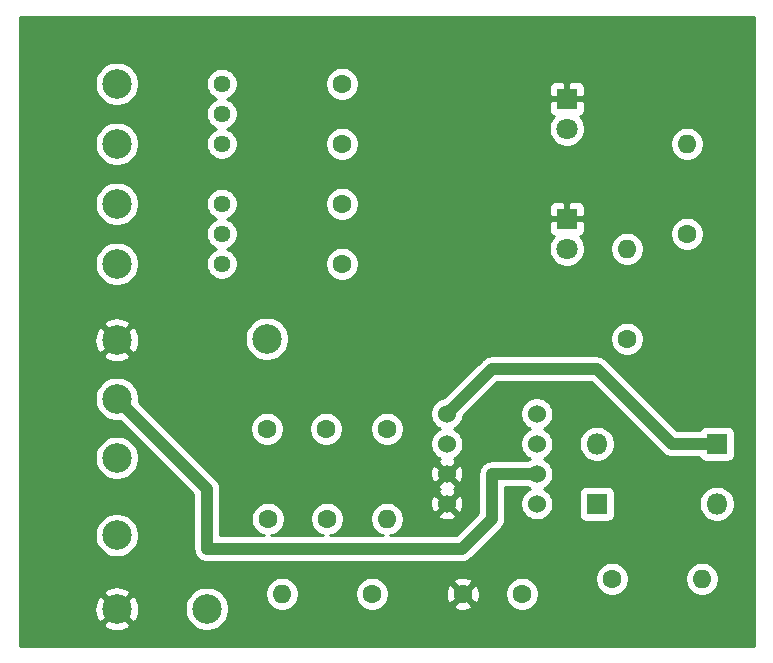
<source format=gbr>
%TF.GenerationSoftware,KiCad,Pcbnew,(5.1.6-0)*%
%TF.CreationDate,2022-05-02T17:38:10-04:00*%
%TF.ProjectId,EnvFollower,456e7646-6f6c-46c6-9f77-65722e6b6963,rev?*%
%TF.SameCoordinates,Original*%
%TF.FileFunction,Copper,L2,Bot*%
%TF.FilePolarity,Positive*%
%FSLAX46Y46*%
G04 Gerber Fmt 4.6, Leading zero omitted, Abs format (unit mm)*
G04 Created by KiCad (PCBNEW (5.1.6-0)) date 2022-05-02 17:38:10*
%MOMM*%
%LPD*%
G01*
G04 APERTURE LIST*
%TA.AperFunction,ComponentPad*%
%ADD10C,1.600000*%
%TD*%
%TA.AperFunction,ComponentPad*%
%ADD11O,1.600000X1.600000*%
%TD*%
%TA.AperFunction,ComponentPad*%
%ADD12R,1.800000X1.800000*%
%TD*%
%TA.AperFunction,ComponentPad*%
%ADD13O,1.800000X1.800000*%
%TD*%
%TA.AperFunction,ComponentPad*%
%ADD14C,1.524000*%
%TD*%
%TA.AperFunction,ComponentPad*%
%ADD15C,1.440000*%
%TD*%
%TA.AperFunction,ComponentPad*%
%ADD16C,2.499360*%
%TD*%
%TA.AperFunction,ComponentPad*%
%ADD17C,1.800000*%
%TD*%
%TA.AperFunction,ComponentPad*%
%ADD18C,2.500000*%
%TD*%
%TA.AperFunction,ViaPad*%
%ADD19C,5.000000*%
%TD*%
%TA.AperFunction,Conductor*%
%ADD20C,1.000000*%
%TD*%
%TA.AperFunction,Conductor*%
%ADD21C,0.254000*%
%TD*%
G04 APERTURE END LIST*
D10*
%TO.P,R2,1*%
%TO.N,Net-(D1-Pad2)*%
X100330000Y-85090000D03*
D11*
%TO.P,R2,2*%
%TO.N,Net-(C1-Pad2)*%
X100330000Y-92710000D03*
%TD*%
D12*
%TO.P,D1,1*%
%TO.N,Net-(D1-Pad1)*%
X128270000Y-86360000D03*
D13*
%TO.P,D1,2*%
%TO.N,Net-(D1-Pad2)*%
X118110000Y-86360000D03*
%TD*%
D10*
%TO.P,R4,1*%
%TO.N,Net-(R4-Pad1)*%
X120650000Y-77470000D03*
D11*
%TO.P,R4,2*%
%TO.N,Net-(D3-Pad2)*%
X120650000Y-69850000D03*
%TD*%
D14*
%TO.P,U1,8*%
%TO.N,VCC*%
X113030000Y-83820000D03*
%TO.P,U1,7*%
%TO.N,Net-(R4-Pad1)*%
X113030000Y-86360000D03*
%TO.P,U1,6*%
%TO.N,Net-(ATTACK1-Pad2)*%
X113030000Y-88900000D03*
%TO.P,U1,5*%
%TO.N,Net-(C3-Pad1)*%
X113030000Y-91440000D03*
%TO.P,U1,4*%
%TO.N,GND*%
X105410000Y-91440000D03*
%TO.P,U1,3*%
X105410000Y-88900000D03*
%TO.P,U1,2*%
%TO.N,Net-(D1-Pad2)*%
X105410000Y-86360000D03*
%TO.P,U1,1*%
%TO.N,Net-(D1-Pad1)*%
X105410000Y-83820000D03*
%TD*%
D15*
%TO.P,RV2,1*%
%TO.N,Net-(H8-Pad1)*%
X86360000Y-60960000D03*
%TO.P,RV2,2*%
%TO.N,Net-(H10-Pad1)*%
X86360000Y-58420000D03*
%TO.P,RV2,3*%
X86360000Y-55880000D03*
%TD*%
%TO.P,RV1,1*%
%TO.N,Net-(H6-Pad1)*%
X86360000Y-71120000D03*
%TO.P,RV1,2*%
%TO.N,Net-(H5-Pad1)*%
X86360000Y-68580000D03*
%TO.P,RV1,3*%
X86360000Y-66040000D03*
%TD*%
D10*
%TO.P,R7,1*%
%TO.N,Net-(H10-Pad1)*%
X96520000Y-55880000D03*
%TO.P,R7,2*%
%TO.N,Net-(H8-Pad1)*%
X96520000Y-60960000D03*
%TD*%
%TO.P,R6,1*%
%TO.N,Net-(R4-Pad1)*%
X125730000Y-68580000D03*
D11*
%TO.P,R6,2*%
%TO.N,Net-(D4-Pad2)*%
X125730000Y-60960000D03*
%TD*%
D10*
%TO.P,R5,1*%
%TO.N,Net-(H5-Pad1)*%
X96520000Y-66040000D03*
%TO.P,R5,2*%
%TO.N,Net-(H6-Pad1)*%
X96520000Y-71120000D03*
%TD*%
%TO.P,R3,1*%
%TO.N,Net-(C3-Pad1)*%
X119380000Y-97790000D03*
D11*
%TO.P,R3,2*%
%TO.N,Net-(D1-Pad2)*%
X127000000Y-97790000D03*
%TD*%
D10*
%TO.P,R1,1*%
%TO.N,Net-(C2-Pad2)*%
X99060000Y-99060000D03*
D11*
%TO.P,R1,2*%
%TO.N,Net-(H2-Pad1)*%
X91440000Y-99060000D03*
%TD*%
D16*
%TO.P,H10,1*%
%TO.N,Net-(H10-Pad1)*%
X77470000Y-55880000D03*
%TD*%
%TO.P,H8,1*%
%TO.N,Net-(H8-Pad1)*%
X77470000Y-60960000D03*
%TD*%
%TO.P,H6,1*%
%TO.N,Net-(H6-Pad1)*%
X77470000Y-71120000D03*
%TD*%
%TO.P,H5,1*%
%TO.N,Net-(H5-Pad1)*%
X77470000Y-66040000D03*
%TD*%
%TO.P,H4,1*%
%TO.N,GND*%
X77470000Y-100330000D03*
%TD*%
%TO.P,H3,1*%
%TO.N,VCC*%
X77470000Y-94094679D03*
%TD*%
%TO.P,H2,1*%
%TO.N,Net-(H2-Pad1)*%
X85090000Y-100330000D03*
%TD*%
%TO.P,H1,1*%
%TO.N,Net-(C1-Pad1)*%
X90170000Y-77470000D03*
%TD*%
D12*
%TO.P,D4,1*%
%TO.N,GND*%
X115570000Y-57150000D03*
D17*
%TO.P,D4,2*%
%TO.N,Net-(D4-Pad2)*%
X115570000Y-59690000D03*
%TD*%
D12*
%TO.P,D3,1*%
%TO.N,GND*%
X115570000Y-67310000D03*
D17*
%TO.P,D3,2*%
%TO.N,Net-(D3-Pad2)*%
X115570000Y-69850000D03*
%TD*%
D12*
%TO.P,D2,1*%
%TO.N,Net-(C3-Pad1)*%
X118110000Y-91440000D03*
D13*
%TO.P,D2,2*%
%TO.N,Net-(D1-Pad1)*%
X128270000Y-91440000D03*
%TD*%
D10*
%TO.P,C3,1*%
%TO.N,Net-(C3-Pad1)*%
X111760000Y-99060000D03*
%TO.P,C3,2*%
%TO.N,GND*%
X106760000Y-99060000D03*
%TD*%
%TO.P,C2,1*%
%TO.N,Net-(C1-Pad2)*%
X95250000Y-92710000D03*
%TO.P,C2,2*%
%TO.N,Net-(C2-Pad2)*%
X90250000Y-92710000D03*
%TD*%
%TO.P,C1,1*%
%TO.N,Net-(C1-Pad1)*%
X90170000Y-85090000D03*
%TO.P,C1,2*%
%TO.N,Net-(C1-Pad2)*%
X95170000Y-85090000D03*
%TD*%
D18*
%TO.P,ATTACK1,2*%
%TO.N,Net-(ATTACK1-Pad2)*%
X77470000Y-82550000D03*
%TO.P,ATTACK1,3*%
%TO.N,VCC*%
X77470000Y-87550000D03*
%TO.P,ATTACK1,1*%
%TO.N,GND*%
X77470000Y-77550000D03*
%TD*%
D19*
%TO.N,GND*%
X72390000Y-100330000D03*
X72390000Y-54610000D03*
%TD*%
D20*
%TO.N,Net-(ATTACK1-Pad2)*%
X85090000Y-90170000D02*
X85090000Y-95250000D01*
X85090000Y-95250000D02*
X106680000Y-95250000D01*
X106680000Y-95250000D02*
X109220000Y-92710000D01*
X109220000Y-92710000D02*
X109220000Y-88900000D01*
X109220000Y-88900000D02*
X113030000Y-88900000D01*
X77470000Y-82550000D02*
X85090000Y-90170000D01*
%TO.N,Net-(D1-Pad1)*%
X109220000Y-80010000D02*
X105410000Y-83820000D01*
X118110000Y-80010000D02*
X109220000Y-80010000D01*
X124460000Y-86360000D02*
X118110000Y-80010000D01*
X128270000Y-86360000D02*
X124460000Y-86360000D01*
%TD*%
D21*
%TO.N,GND*%
G36*
X131395001Y-103455000D02*
G01*
X69265000Y-103455000D01*
X69265000Y-101643377D01*
X76336229Y-101643377D01*
X76462104Y-101933315D01*
X76794262Y-102099139D01*
X77152387Y-102196975D01*
X77522719Y-102223065D01*
X77891025Y-102176405D01*
X78243151Y-102058789D01*
X78477896Y-101933315D01*
X78603771Y-101643377D01*
X77470000Y-100509605D01*
X76336229Y-101643377D01*
X69265000Y-101643377D01*
X69265000Y-100382719D01*
X75576935Y-100382719D01*
X75623595Y-100751025D01*
X75741211Y-101103151D01*
X75866685Y-101337896D01*
X76156623Y-101463771D01*
X77290395Y-100330000D01*
X77649605Y-100330000D01*
X78783377Y-101463771D01*
X79073315Y-101337896D01*
X79239139Y-101005738D01*
X79336975Y-100647613D01*
X79363065Y-100277281D01*
X79346228Y-100144375D01*
X83205320Y-100144375D01*
X83205320Y-100515625D01*
X83277747Y-100879741D01*
X83419818Y-101222731D01*
X83626074Y-101531413D01*
X83888587Y-101793926D01*
X84197269Y-102000182D01*
X84540259Y-102142253D01*
X84904375Y-102214680D01*
X85275625Y-102214680D01*
X85639741Y-102142253D01*
X85982731Y-102000182D01*
X86291413Y-101793926D01*
X86553926Y-101531413D01*
X86760182Y-101222731D01*
X86902253Y-100879741D01*
X86974680Y-100515625D01*
X86974680Y-100144375D01*
X86902253Y-99780259D01*
X86760182Y-99437269D01*
X86553926Y-99128587D01*
X86344004Y-98918665D01*
X90005000Y-98918665D01*
X90005000Y-99201335D01*
X90060147Y-99478574D01*
X90168320Y-99739727D01*
X90325363Y-99974759D01*
X90525241Y-100174637D01*
X90760273Y-100331680D01*
X91021426Y-100439853D01*
X91298665Y-100495000D01*
X91581335Y-100495000D01*
X91858574Y-100439853D01*
X92119727Y-100331680D01*
X92354759Y-100174637D01*
X92554637Y-99974759D01*
X92711680Y-99739727D01*
X92819853Y-99478574D01*
X92875000Y-99201335D01*
X92875000Y-98918665D01*
X97625000Y-98918665D01*
X97625000Y-99201335D01*
X97680147Y-99478574D01*
X97788320Y-99739727D01*
X97945363Y-99974759D01*
X98145241Y-100174637D01*
X98380273Y-100331680D01*
X98641426Y-100439853D01*
X98918665Y-100495000D01*
X99201335Y-100495000D01*
X99478574Y-100439853D01*
X99739727Y-100331680D01*
X99974759Y-100174637D01*
X100096694Y-100052702D01*
X105946903Y-100052702D01*
X106018486Y-100296671D01*
X106273996Y-100417571D01*
X106548184Y-100486300D01*
X106830512Y-100500217D01*
X107110130Y-100458787D01*
X107376292Y-100363603D01*
X107501514Y-100296671D01*
X107573097Y-100052702D01*
X106760000Y-99239605D01*
X105946903Y-100052702D01*
X100096694Y-100052702D01*
X100174637Y-99974759D01*
X100331680Y-99739727D01*
X100439853Y-99478574D01*
X100495000Y-99201335D01*
X100495000Y-99130512D01*
X105319783Y-99130512D01*
X105361213Y-99410130D01*
X105456397Y-99676292D01*
X105523329Y-99801514D01*
X105767298Y-99873097D01*
X106580395Y-99060000D01*
X106939605Y-99060000D01*
X107752702Y-99873097D01*
X107996671Y-99801514D01*
X108117571Y-99546004D01*
X108186300Y-99271816D01*
X108200217Y-98989488D01*
X108189724Y-98918665D01*
X110325000Y-98918665D01*
X110325000Y-99201335D01*
X110380147Y-99478574D01*
X110488320Y-99739727D01*
X110645363Y-99974759D01*
X110845241Y-100174637D01*
X111080273Y-100331680D01*
X111341426Y-100439853D01*
X111618665Y-100495000D01*
X111901335Y-100495000D01*
X112178574Y-100439853D01*
X112439727Y-100331680D01*
X112674759Y-100174637D01*
X112874637Y-99974759D01*
X113031680Y-99739727D01*
X113139853Y-99478574D01*
X113195000Y-99201335D01*
X113195000Y-98918665D01*
X113139853Y-98641426D01*
X113031680Y-98380273D01*
X112874637Y-98145241D01*
X112674759Y-97945363D01*
X112439727Y-97788320D01*
X112178574Y-97680147D01*
X112020306Y-97648665D01*
X117945000Y-97648665D01*
X117945000Y-97931335D01*
X118000147Y-98208574D01*
X118108320Y-98469727D01*
X118265363Y-98704759D01*
X118465241Y-98904637D01*
X118700273Y-99061680D01*
X118961426Y-99169853D01*
X119238665Y-99225000D01*
X119521335Y-99225000D01*
X119798574Y-99169853D01*
X120059727Y-99061680D01*
X120294759Y-98904637D01*
X120494637Y-98704759D01*
X120651680Y-98469727D01*
X120759853Y-98208574D01*
X120815000Y-97931335D01*
X120815000Y-97648665D01*
X125565000Y-97648665D01*
X125565000Y-97931335D01*
X125620147Y-98208574D01*
X125728320Y-98469727D01*
X125885363Y-98704759D01*
X126085241Y-98904637D01*
X126320273Y-99061680D01*
X126581426Y-99169853D01*
X126858665Y-99225000D01*
X127141335Y-99225000D01*
X127418574Y-99169853D01*
X127679727Y-99061680D01*
X127914759Y-98904637D01*
X128114637Y-98704759D01*
X128271680Y-98469727D01*
X128379853Y-98208574D01*
X128435000Y-97931335D01*
X128435000Y-97648665D01*
X128379853Y-97371426D01*
X128271680Y-97110273D01*
X128114637Y-96875241D01*
X127914759Y-96675363D01*
X127679727Y-96518320D01*
X127418574Y-96410147D01*
X127141335Y-96355000D01*
X126858665Y-96355000D01*
X126581426Y-96410147D01*
X126320273Y-96518320D01*
X126085241Y-96675363D01*
X125885363Y-96875241D01*
X125728320Y-97110273D01*
X125620147Y-97371426D01*
X125565000Y-97648665D01*
X120815000Y-97648665D01*
X120759853Y-97371426D01*
X120651680Y-97110273D01*
X120494637Y-96875241D01*
X120294759Y-96675363D01*
X120059727Y-96518320D01*
X119798574Y-96410147D01*
X119521335Y-96355000D01*
X119238665Y-96355000D01*
X118961426Y-96410147D01*
X118700273Y-96518320D01*
X118465241Y-96675363D01*
X118265363Y-96875241D01*
X118108320Y-97110273D01*
X118000147Y-97371426D01*
X117945000Y-97648665D01*
X112020306Y-97648665D01*
X111901335Y-97625000D01*
X111618665Y-97625000D01*
X111341426Y-97680147D01*
X111080273Y-97788320D01*
X110845241Y-97945363D01*
X110645363Y-98145241D01*
X110488320Y-98380273D01*
X110380147Y-98641426D01*
X110325000Y-98918665D01*
X108189724Y-98918665D01*
X108158787Y-98709870D01*
X108063603Y-98443708D01*
X107996671Y-98318486D01*
X107752702Y-98246903D01*
X106939605Y-99060000D01*
X106580395Y-99060000D01*
X105767298Y-98246903D01*
X105523329Y-98318486D01*
X105402429Y-98573996D01*
X105333700Y-98848184D01*
X105319783Y-99130512D01*
X100495000Y-99130512D01*
X100495000Y-98918665D01*
X100439853Y-98641426D01*
X100331680Y-98380273D01*
X100174637Y-98145241D01*
X100096694Y-98067298D01*
X105946903Y-98067298D01*
X106760000Y-98880395D01*
X107573097Y-98067298D01*
X107501514Y-97823329D01*
X107246004Y-97702429D01*
X106971816Y-97633700D01*
X106689488Y-97619783D01*
X106409870Y-97661213D01*
X106143708Y-97756397D01*
X106018486Y-97823329D01*
X105946903Y-98067298D01*
X100096694Y-98067298D01*
X99974759Y-97945363D01*
X99739727Y-97788320D01*
X99478574Y-97680147D01*
X99201335Y-97625000D01*
X98918665Y-97625000D01*
X98641426Y-97680147D01*
X98380273Y-97788320D01*
X98145241Y-97945363D01*
X97945363Y-98145241D01*
X97788320Y-98380273D01*
X97680147Y-98641426D01*
X97625000Y-98918665D01*
X92875000Y-98918665D01*
X92819853Y-98641426D01*
X92711680Y-98380273D01*
X92554637Y-98145241D01*
X92354759Y-97945363D01*
X92119727Y-97788320D01*
X91858574Y-97680147D01*
X91581335Y-97625000D01*
X91298665Y-97625000D01*
X91021426Y-97680147D01*
X90760273Y-97788320D01*
X90525241Y-97945363D01*
X90325363Y-98145241D01*
X90168320Y-98380273D01*
X90060147Y-98641426D01*
X90005000Y-98918665D01*
X86344004Y-98918665D01*
X86291413Y-98866074D01*
X85982731Y-98659818D01*
X85639741Y-98517747D01*
X85275625Y-98445320D01*
X84904375Y-98445320D01*
X84540259Y-98517747D01*
X84197269Y-98659818D01*
X83888587Y-98866074D01*
X83626074Y-99128587D01*
X83419818Y-99437269D01*
X83277747Y-99780259D01*
X83205320Y-100144375D01*
X79346228Y-100144375D01*
X79316405Y-99908975D01*
X79198789Y-99556849D01*
X79073315Y-99322104D01*
X78783377Y-99196229D01*
X77649605Y-100330000D01*
X77290395Y-100330000D01*
X76156623Y-99196229D01*
X75866685Y-99322104D01*
X75700861Y-99654262D01*
X75603025Y-100012387D01*
X75576935Y-100382719D01*
X69265000Y-100382719D01*
X69265000Y-99016623D01*
X76336229Y-99016623D01*
X77470000Y-100150395D01*
X78603771Y-99016623D01*
X78477896Y-98726685D01*
X78145738Y-98560861D01*
X77787613Y-98463025D01*
X77417281Y-98436935D01*
X77048975Y-98483595D01*
X76696849Y-98601211D01*
X76462104Y-98726685D01*
X76336229Y-99016623D01*
X69265000Y-99016623D01*
X69265000Y-93909054D01*
X75585320Y-93909054D01*
X75585320Y-94280304D01*
X75657747Y-94644420D01*
X75799818Y-94987410D01*
X76006074Y-95296092D01*
X76268587Y-95558605D01*
X76577269Y-95764861D01*
X76920259Y-95906932D01*
X77284375Y-95979359D01*
X77655625Y-95979359D01*
X78019741Y-95906932D01*
X78362731Y-95764861D01*
X78671413Y-95558605D01*
X78933926Y-95296092D01*
X79140182Y-94987410D01*
X79282253Y-94644420D01*
X79354680Y-94280304D01*
X79354680Y-93909054D01*
X79282253Y-93544938D01*
X79140182Y-93201948D01*
X78933926Y-92893266D01*
X78671413Y-92630753D01*
X78362731Y-92424497D01*
X78019741Y-92282426D01*
X77655625Y-92209999D01*
X77284375Y-92209999D01*
X76920259Y-92282426D01*
X76577269Y-92424497D01*
X76268587Y-92630753D01*
X76006074Y-92893266D01*
X75799818Y-93201948D01*
X75657747Y-93544938D01*
X75585320Y-93909054D01*
X69265000Y-93909054D01*
X69265000Y-87364344D01*
X75585000Y-87364344D01*
X75585000Y-87735656D01*
X75657439Y-88099834D01*
X75799534Y-88442882D01*
X76005825Y-88751618D01*
X76268382Y-89014175D01*
X76577118Y-89220466D01*
X76920166Y-89362561D01*
X77284344Y-89435000D01*
X77655656Y-89435000D01*
X78019834Y-89362561D01*
X78362882Y-89220466D01*
X78671618Y-89014175D01*
X78934175Y-88751618D01*
X79140466Y-88442882D01*
X79282561Y-88099834D01*
X79355000Y-87735656D01*
X79355000Y-87364344D01*
X79282561Y-87000166D01*
X79140466Y-86657118D01*
X78934175Y-86348382D01*
X78671618Y-86085825D01*
X78362882Y-85879534D01*
X78019834Y-85737439D01*
X77655656Y-85665000D01*
X77284344Y-85665000D01*
X76920166Y-85737439D01*
X76577118Y-85879534D01*
X76268382Y-86085825D01*
X76005825Y-86348382D01*
X75799534Y-86657118D01*
X75657439Y-87000166D01*
X75585000Y-87364344D01*
X69265000Y-87364344D01*
X69265000Y-82364344D01*
X75585000Y-82364344D01*
X75585000Y-82735656D01*
X75657439Y-83099834D01*
X75799534Y-83442882D01*
X76005825Y-83751618D01*
X76268382Y-84014175D01*
X76577118Y-84220466D01*
X76920166Y-84362561D01*
X77284344Y-84435000D01*
X77655656Y-84435000D01*
X77734238Y-84419369D01*
X83955000Y-90640132D01*
X83955001Y-95194238D01*
X83949509Y-95250000D01*
X83971423Y-95472499D01*
X84036324Y-95686447D01*
X84141716Y-95883623D01*
X84283551Y-96056449D01*
X84456377Y-96198284D01*
X84653553Y-96303676D01*
X84867501Y-96368577D01*
X85034248Y-96385000D01*
X85034249Y-96385000D01*
X85090000Y-96390491D01*
X85145752Y-96385000D01*
X106624249Y-96385000D01*
X106680000Y-96390491D01*
X106735751Y-96385000D01*
X106735752Y-96385000D01*
X106902499Y-96368577D01*
X107116447Y-96303676D01*
X107313623Y-96198284D01*
X107486449Y-96056449D01*
X107521996Y-96013135D01*
X109983141Y-93551991D01*
X110026449Y-93516449D01*
X110168284Y-93343623D01*
X110273676Y-93146447D01*
X110338577Y-92932499D01*
X110355000Y-92765752D01*
X110355000Y-92765743D01*
X110360490Y-92710001D01*
X110355000Y-92654259D01*
X110355000Y-90035000D01*
X112214116Y-90035000D01*
X112368273Y-90138005D01*
X112445515Y-90170000D01*
X112368273Y-90201995D01*
X112139465Y-90354880D01*
X111944880Y-90549465D01*
X111791995Y-90778273D01*
X111686686Y-91032510D01*
X111633000Y-91302408D01*
X111633000Y-91577592D01*
X111686686Y-91847490D01*
X111791995Y-92101727D01*
X111944880Y-92330535D01*
X112139465Y-92525120D01*
X112368273Y-92678005D01*
X112622510Y-92783314D01*
X112892408Y-92837000D01*
X113167592Y-92837000D01*
X113437490Y-92783314D01*
X113691727Y-92678005D01*
X113920535Y-92525120D01*
X114115120Y-92330535D01*
X114268005Y-92101727D01*
X114373314Y-91847490D01*
X114427000Y-91577592D01*
X114427000Y-91302408D01*
X114373314Y-91032510D01*
X114268005Y-90778273D01*
X114115120Y-90549465D01*
X114105655Y-90540000D01*
X116571928Y-90540000D01*
X116571928Y-92340000D01*
X116584188Y-92464482D01*
X116620498Y-92584180D01*
X116679463Y-92694494D01*
X116758815Y-92791185D01*
X116855506Y-92870537D01*
X116965820Y-92929502D01*
X117085518Y-92965812D01*
X117210000Y-92978072D01*
X119010000Y-92978072D01*
X119134482Y-92965812D01*
X119254180Y-92929502D01*
X119364494Y-92870537D01*
X119461185Y-92791185D01*
X119540537Y-92694494D01*
X119599502Y-92584180D01*
X119635812Y-92464482D01*
X119648072Y-92340000D01*
X119648072Y-91288816D01*
X126735000Y-91288816D01*
X126735000Y-91591184D01*
X126793989Y-91887743D01*
X126909701Y-92167095D01*
X127077688Y-92418505D01*
X127291495Y-92632312D01*
X127542905Y-92800299D01*
X127822257Y-92916011D01*
X128118816Y-92975000D01*
X128421184Y-92975000D01*
X128717743Y-92916011D01*
X128997095Y-92800299D01*
X129248505Y-92632312D01*
X129462312Y-92418505D01*
X129630299Y-92167095D01*
X129746011Y-91887743D01*
X129805000Y-91591184D01*
X129805000Y-91288816D01*
X129746011Y-90992257D01*
X129630299Y-90712905D01*
X129462312Y-90461495D01*
X129248505Y-90247688D01*
X128997095Y-90079701D01*
X128717743Y-89963989D01*
X128421184Y-89905000D01*
X128118816Y-89905000D01*
X127822257Y-89963989D01*
X127542905Y-90079701D01*
X127291495Y-90247688D01*
X127077688Y-90461495D01*
X126909701Y-90712905D01*
X126793989Y-90992257D01*
X126735000Y-91288816D01*
X119648072Y-91288816D01*
X119648072Y-90540000D01*
X119635812Y-90415518D01*
X119599502Y-90295820D01*
X119540537Y-90185506D01*
X119461185Y-90088815D01*
X119364494Y-90009463D01*
X119254180Y-89950498D01*
X119134482Y-89914188D01*
X119010000Y-89901928D01*
X117210000Y-89901928D01*
X117085518Y-89914188D01*
X116965820Y-89950498D01*
X116855506Y-90009463D01*
X116758815Y-90088815D01*
X116679463Y-90185506D01*
X116620498Y-90295820D01*
X116584188Y-90415518D01*
X116571928Y-90540000D01*
X114105655Y-90540000D01*
X113920535Y-90354880D01*
X113691727Y-90201995D01*
X113614485Y-90170000D01*
X113691727Y-90138005D01*
X113920535Y-89985120D01*
X114115120Y-89790535D01*
X114268005Y-89561727D01*
X114373314Y-89307490D01*
X114427000Y-89037592D01*
X114427000Y-88762408D01*
X114373314Y-88492510D01*
X114268005Y-88238273D01*
X114115120Y-88009465D01*
X113920535Y-87814880D01*
X113691727Y-87661995D01*
X113614485Y-87630000D01*
X113691727Y-87598005D01*
X113920535Y-87445120D01*
X114115120Y-87250535D01*
X114268005Y-87021727D01*
X114373314Y-86767490D01*
X114427000Y-86497592D01*
X114427000Y-86222408D01*
X114424297Y-86208816D01*
X116575000Y-86208816D01*
X116575000Y-86511184D01*
X116633989Y-86807743D01*
X116749701Y-87087095D01*
X116917688Y-87338505D01*
X117131495Y-87552312D01*
X117382905Y-87720299D01*
X117662257Y-87836011D01*
X117958816Y-87895000D01*
X118261184Y-87895000D01*
X118557743Y-87836011D01*
X118837095Y-87720299D01*
X119088505Y-87552312D01*
X119302312Y-87338505D01*
X119470299Y-87087095D01*
X119586011Y-86807743D01*
X119645000Y-86511184D01*
X119645000Y-86208816D01*
X119586011Y-85912257D01*
X119470299Y-85632905D01*
X119302312Y-85381495D01*
X119088505Y-85167688D01*
X118837095Y-84999701D01*
X118557743Y-84883989D01*
X118261184Y-84825000D01*
X117958816Y-84825000D01*
X117662257Y-84883989D01*
X117382905Y-84999701D01*
X117131495Y-85167688D01*
X116917688Y-85381495D01*
X116749701Y-85632905D01*
X116633989Y-85912257D01*
X116575000Y-86208816D01*
X114424297Y-86208816D01*
X114373314Y-85952510D01*
X114268005Y-85698273D01*
X114115120Y-85469465D01*
X113920535Y-85274880D01*
X113691727Y-85121995D01*
X113614485Y-85090000D01*
X113691727Y-85058005D01*
X113920535Y-84905120D01*
X114115120Y-84710535D01*
X114268005Y-84481727D01*
X114373314Y-84227490D01*
X114427000Y-83957592D01*
X114427000Y-83682408D01*
X114373314Y-83412510D01*
X114268005Y-83158273D01*
X114115120Y-82929465D01*
X113920535Y-82734880D01*
X113691727Y-82581995D01*
X113437490Y-82476686D01*
X113167592Y-82423000D01*
X112892408Y-82423000D01*
X112622510Y-82476686D01*
X112368273Y-82581995D01*
X112139465Y-82734880D01*
X111944880Y-82929465D01*
X111791995Y-83158273D01*
X111686686Y-83412510D01*
X111633000Y-83682408D01*
X111633000Y-83957592D01*
X111686686Y-84227490D01*
X111791995Y-84481727D01*
X111944880Y-84710535D01*
X112139465Y-84905120D01*
X112368273Y-85058005D01*
X112445515Y-85090000D01*
X112368273Y-85121995D01*
X112139465Y-85274880D01*
X111944880Y-85469465D01*
X111791995Y-85698273D01*
X111686686Y-85952510D01*
X111633000Y-86222408D01*
X111633000Y-86497592D01*
X111686686Y-86767490D01*
X111791995Y-87021727D01*
X111944880Y-87250535D01*
X112139465Y-87445120D01*
X112368273Y-87598005D01*
X112445515Y-87630000D01*
X112368273Y-87661995D01*
X112214116Y-87765000D01*
X109275752Y-87765000D01*
X109220000Y-87759509D01*
X109164249Y-87765000D01*
X109164248Y-87765000D01*
X108997501Y-87781423D01*
X108783553Y-87846324D01*
X108586377Y-87951716D01*
X108413551Y-88093551D01*
X108271716Y-88266377D01*
X108166324Y-88463553D01*
X108101423Y-88677501D01*
X108079509Y-88900000D01*
X108085001Y-88955762D01*
X108085000Y-92239868D01*
X106209869Y-94115000D01*
X100622153Y-94115000D01*
X100748574Y-94089853D01*
X101009727Y-93981680D01*
X101244759Y-93824637D01*
X101444637Y-93624759D01*
X101601680Y-93389727D01*
X101709853Y-93128574D01*
X101765000Y-92851335D01*
X101765000Y-92568665D01*
X101732557Y-92405565D01*
X104624040Y-92405565D01*
X104691020Y-92645656D01*
X104940048Y-92762756D01*
X105207135Y-92829023D01*
X105482017Y-92841910D01*
X105754133Y-92800922D01*
X106013023Y-92707636D01*
X106128980Y-92645656D01*
X106195960Y-92405565D01*
X105410000Y-91619605D01*
X104624040Y-92405565D01*
X101732557Y-92405565D01*
X101709853Y-92291426D01*
X101601680Y-92030273D01*
X101444637Y-91795241D01*
X101244759Y-91595363D01*
X101120023Y-91512017D01*
X104008090Y-91512017D01*
X104049078Y-91784133D01*
X104142364Y-92043023D01*
X104204344Y-92158980D01*
X104444435Y-92225960D01*
X105230395Y-91440000D01*
X105589605Y-91440000D01*
X106375565Y-92225960D01*
X106615656Y-92158980D01*
X106732756Y-91909952D01*
X106799023Y-91642865D01*
X106811910Y-91367983D01*
X106770922Y-91095867D01*
X106677636Y-90836977D01*
X106615656Y-90721020D01*
X106375565Y-90654040D01*
X105589605Y-91440000D01*
X105230395Y-91440000D01*
X104444435Y-90654040D01*
X104204344Y-90721020D01*
X104087244Y-90970048D01*
X104020977Y-91237135D01*
X104008090Y-91512017D01*
X101120023Y-91512017D01*
X101009727Y-91438320D01*
X100748574Y-91330147D01*
X100471335Y-91275000D01*
X100188665Y-91275000D01*
X99911426Y-91330147D01*
X99650273Y-91438320D01*
X99415241Y-91595363D01*
X99215363Y-91795241D01*
X99058320Y-92030273D01*
X98950147Y-92291426D01*
X98895000Y-92568665D01*
X98895000Y-92851335D01*
X98950147Y-93128574D01*
X99058320Y-93389727D01*
X99215363Y-93624759D01*
X99415241Y-93824637D01*
X99650273Y-93981680D01*
X99911426Y-94089853D01*
X100037847Y-94115000D01*
X95542153Y-94115000D01*
X95668574Y-94089853D01*
X95929727Y-93981680D01*
X96164759Y-93824637D01*
X96364637Y-93624759D01*
X96521680Y-93389727D01*
X96629853Y-93128574D01*
X96685000Y-92851335D01*
X96685000Y-92568665D01*
X96629853Y-92291426D01*
X96521680Y-92030273D01*
X96364637Y-91795241D01*
X96164759Y-91595363D01*
X95929727Y-91438320D01*
X95668574Y-91330147D01*
X95391335Y-91275000D01*
X95108665Y-91275000D01*
X94831426Y-91330147D01*
X94570273Y-91438320D01*
X94335241Y-91595363D01*
X94135363Y-91795241D01*
X93978320Y-92030273D01*
X93870147Y-92291426D01*
X93815000Y-92568665D01*
X93815000Y-92851335D01*
X93870147Y-93128574D01*
X93978320Y-93389727D01*
X94135363Y-93624759D01*
X94335241Y-93824637D01*
X94570273Y-93981680D01*
X94831426Y-94089853D01*
X94957847Y-94115000D01*
X90542153Y-94115000D01*
X90668574Y-94089853D01*
X90929727Y-93981680D01*
X91164759Y-93824637D01*
X91364637Y-93624759D01*
X91521680Y-93389727D01*
X91629853Y-93128574D01*
X91685000Y-92851335D01*
X91685000Y-92568665D01*
X91629853Y-92291426D01*
X91521680Y-92030273D01*
X91364637Y-91795241D01*
X91164759Y-91595363D01*
X90929727Y-91438320D01*
X90668574Y-91330147D01*
X90391335Y-91275000D01*
X90108665Y-91275000D01*
X89831426Y-91330147D01*
X89570273Y-91438320D01*
X89335241Y-91595363D01*
X89135363Y-91795241D01*
X88978320Y-92030273D01*
X88870147Y-92291426D01*
X88815000Y-92568665D01*
X88815000Y-92851335D01*
X88870147Y-93128574D01*
X88978320Y-93389727D01*
X89135363Y-93624759D01*
X89335241Y-93824637D01*
X89570273Y-93981680D01*
X89831426Y-94089853D01*
X89957847Y-94115000D01*
X86225000Y-94115000D01*
X86225000Y-90225741D01*
X86230490Y-90169999D01*
X86225000Y-90114257D01*
X86225000Y-90114248D01*
X86208577Y-89947501D01*
X86183722Y-89865565D01*
X104624040Y-89865565D01*
X104691020Y-90105656D01*
X104821644Y-90167079D01*
X104806977Y-90172364D01*
X104691020Y-90234344D01*
X104624040Y-90474435D01*
X105410000Y-91260395D01*
X106195960Y-90474435D01*
X106128980Y-90234344D01*
X105998356Y-90172921D01*
X106013023Y-90167636D01*
X106128980Y-90105656D01*
X106195960Y-89865565D01*
X105410000Y-89079605D01*
X104624040Y-89865565D01*
X86183722Y-89865565D01*
X86143676Y-89733553D01*
X86038284Y-89536377D01*
X85896449Y-89363551D01*
X85853141Y-89328009D01*
X85497149Y-88972017D01*
X104008090Y-88972017D01*
X104049078Y-89244133D01*
X104142364Y-89503023D01*
X104204344Y-89618980D01*
X104444435Y-89685960D01*
X105230395Y-88900000D01*
X105589605Y-88900000D01*
X106375565Y-89685960D01*
X106615656Y-89618980D01*
X106732756Y-89369952D01*
X106799023Y-89102865D01*
X106811910Y-88827983D01*
X106770922Y-88555867D01*
X106677636Y-88296977D01*
X106615656Y-88181020D01*
X106375565Y-88114040D01*
X105589605Y-88900000D01*
X105230395Y-88900000D01*
X104444435Y-88114040D01*
X104204344Y-88181020D01*
X104087244Y-88430048D01*
X104020977Y-88697135D01*
X104008090Y-88972017D01*
X85497149Y-88972017D01*
X81473797Y-84948665D01*
X88735000Y-84948665D01*
X88735000Y-85231335D01*
X88790147Y-85508574D01*
X88898320Y-85769727D01*
X89055363Y-86004759D01*
X89255241Y-86204637D01*
X89490273Y-86361680D01*
X89751426Y-86469853D01*
X90028665Y-86525000D01*
X90311335Y-86525000D01*
X90588574Y-86469853D01*
X90849727Y-86361680D01*
X91084759Y-86204637D01*
X91284637Y-86004759D01*
X91441680Y-85769727D01*
X91549853Y-85508574D01*
X91605000Y-85231335D01*
X91605000Y-84948665D01*
X93735000Y-84948665D01*
X93735000Y-85231335D01*
X93790147Y-85508574D01*
X93898320Y-85769727D01*
X94055363Y-86004759D01*
X94255241Y-86204637D01*
X94490273Y-86361680D01*
X94751426Y-86469853D01*
X95028665Y-86525000D01*
X95311335Y-86525000D01*
X95588574Y-86469853D01*
X95849727Y-86361680D01*
X96084759Y-86204637D01*
X96284637Y-86004759D01*
X96441680Y-85769727D01*
X96549853Y-85508574D01*
X96605000Y-85231335D01*
X96605000Y-84948665D01*
X98895000Y-84948665D01*
X98895000Y-85231335D01*
X98950147Y-85508574D01*
X99058320Y-85769727D01*
X99215363Y-86004759D01*
X99415241Y-86204637D01*
X99650273Y-86361680D01*
X99911426Y-86469853D01*
X100188665Y-86525000D01*
X100471335Y-86525000D01*
X100748574Y-86469853D01*
X101009727Y-86361680D01*
X101244759Y-86204637D01*
X101444637Y-86004759D01*
X101601680Y-85769727D01*
X101709853Y-85508574D01*
X101765000Y-85231335D01*
X101765000Y-84948665D01*
X101709853Y-84671426D01*
X101601680Y-84410273D01*
X101444637Y-84175241D01*
X101244759Y-83975363D01*
X101009727Y-83818320D01*
X100748574Y-83710147D01*
X100609123Y-83682408D01*
X104013000Y-83682408D01*
X104013000Y-83957592D01*
X104066686Y-84227490D01*
X104171995Y-84481727D01*
X104324880Y-84710535D01*
X104519465Y-84905120D01*
X104748273Y-85058005D01*
X104825515Y-85090000D01*
X104748273Y-85121995D01*
X104519465Y-85274880D01*
X104324880Y-85469465D01*
X104171995Y-85698273D01*
X104066686Y-85952510D01*
X104013000Y-86222408D01*
X104013000Y-86497592D01*
X104066686Y-86767490D01*
X104171995Y-87021727D01*
X104324880Y-87250535D01*
X104519465Y-87445120D01*
X104748273Y-87598005D01*
X104819943Y-87627692D01*
X104806977Y-87632364D01*
X104691020Y-87694344D01*
X104624040Y-87934435D01*
X105410000Y-88720395D01*
X106195960Y-87934435D01*
X106128980Y-87694344D01*
X105993240Y-87630515D01*
X106071727Y-87598005D01*
X106300535Y-87445120D01*
X106495120Y-87250535D01*
X106648005Y-87021727D01*
X106753314Y-86767490D01*
X106807000Y-86497592D01*
X106807000Y-86222408D01*
X106753314Y-85952510D01*
X106648005Y-85698273D01*
X106495120Y-85469465D01*
X106300535Y-85274880D01*
X106071727Y-85121995D01*
X105994485Y-85090000D01*
X106071727Y-85058005D01*
X106300535Y-84905120D01*
X106495120Y-84710535D01*
X106648005Y-84481727D01*
X106753314Y-84227490D01*
X106789485Y-84045646D01*
X109690133Y-81145000D01*
X117639869Y-81145000D01*
X123618009Y-87123141D01*
X123653551Y-87166449D01*
X123826377Y-87308284D01*
X124023553Y-87413676D01*
X124187705Y-87463471D01*
X124237500Y-87478577D01*
X124459999Y-87500491D01*
X124515751Y-87495000D01*
X126777713Y-87495000D01*
X126780498Y-87504180D01*
X126839463Y-87614494D01*
X126918815Y-87711185D01*
X127015506Y-87790537D01*
X127125820Y-87849502D01*
X127245518Y-87885812D01*
X127370000Y-87898072D01*
X129170000Y-87898072D01*
X129294482Y-87885812D01*
X129414180Y-87849502D01*
X129524494Y-87790537D01*
X129621185Y-87711185D01*
X129700537Y-87614494D01*
X129759502Y-87504180D01*
X129795812Y-87384482D01*
X129808072Y-87260000D01*
X129808072Y-85460000D01*
X129795812Y-85335518D01*
X129759502Y-85215820D01*
X129700537Y-85105506D01*
X129621185Y-85008815D01*
X129524494Y-84929463D01*
X129414180Y-84870498D01*
X129294482Y-84834188D01*
X129170000Y-84821928D01*
X127370000Y-84821928D01*
X127245518Y-84834188D01*
X127125820Y-84870498D01*
X127015506Y-84929463D01*
X126918815Y-85008815D01*
X126839463Y-85105506D01*
X126780498Y-85215820D01*
X126777713Y-85225000D01*
X124930132Y-85225000D01*
X118951996Y-79246865D01*
X118916449Y-79203551D01*
X118743623Y-79061716D01*
X118546447Y-78956324D01*
X118332499Y-78891423D01*
X118165752Y-78875000D01*
X118165751Y-78875000D01*
X118110000Y-78869509D01*
X118054249Y-78875000D01*
X109275752Y-78875000D01*
X109220000Y-78869509D01*
X108997501Y-78891423D01*
X108783553Y-78956324D01*
X108586377Y-79061716D01*
X108456856Y-79168011D01*
X108456855Y-79168012D01*
X108413551Y-79203551D01*
X108378013Y-79246854D01*
X105184354Y-82440515D01*
X105002510Y-82476686D01*
X104748273Y-82581995D01*
X104519465Y-82734880D01*
X104324880Y-82929465D01*
X104171995Y-83158273D01*
X104066686Y-83412510D01*
X104013000Y-83682408D01*
X100609123Y-83682408D01*
X100471335Y-83655000D01*
X100188665Y-83655000D01*
X99911426Y-83710147D01*
X99650273Y-83818320D01*
X99415241Y-83975363D01*
X99215363Y-84175241D01*
X99058320Y-84410273D01*
X98950147Y-84671426D01*
X98895000Y-84948665D01*
X96605000Y-84948665D01*
X96549853Y-84671426D01*
X96441680Y-84410273D01*
X96284637Y-84175241D01*
X96084759Y-83975363D01*
X95849727Y-83818320D01*
X95588574Y-83710147D01*
X95311335Y-83655000D01*
X95028665Y-83655000D01*
X94751426Y-83710147D01*
X94490273Y-83818320D01*
X94255241Y-83975363D01*
X94055363Y-84175241D01*
X93898320Y-84410273D01*
X93790147Y-84671426D01*
X93735000Y-84948665D01*
X91605000Y-84948665D01*
X91549853Y-84671426D01*
X91441680Y-84410273D01*
X91284637Y-84175241D01*
X91084759Y-83975363D01*
X90849727Y-83818320D01*
X90588574Y-83710147D01*
X90311335Y-83655000D01*
X90028665Y-83655000D01*
X89751426Y-83710147D01*
X89490273Y-83818320D01*
X89255241Y-83975363D01*
X89055363Y-84175241D01*
X88898320Y-84410273D01*
X88790147Y-84671426D01*
X88735000Y-84948665D01*
X81473797Y-84948665D01*
X79339369Y-82814238D01*
X79355000Y-82735656D01*
X79355000Y-82364344D01*
X79282561Y-82000166D01*
X79140466Y-81657118D01*
X78934175Y-81348382D01*
X78671618Y-81085825D01*
X78362882Y-80879534D01*
X78019834Y-80737439D01*
X77655656Y-80665000D01*
X77284344Y-80665000D01*
X76920166Y-80737439D01*
X76577118Y-80879534D01*
X76268382Y-81085825D01*
X76005825Y-81348382D01*
X75799534Y-81657118D01*
X75657439Y-82000166D01*
X75585000Y-82364344D01*
X69265000Y-82364344D01*
X69265000Y-78863605D01*
X76336000Y-78863605D01*
X76461914Y-79153577D01*
X76794126Y-79319433D01*
X77152312Y-79417290D01*
X77522706Y-79443389D01*
X77891075Y-79396725D01*
X78243262Y-79279094D01*
X78478086Y-79153577D01*
X78604000Y-78863605D01*
X77470000Y-77729605D01*
X76336000Y-78863605D01*
X69265000Y-78863605D01*
X69265000Y-77602706D01*
X75576611Y-77602706D01*
X75623275Y-77971075D01*
X75740906Y-78323262D01*
X75866423Y-78558086D01*
X76156395Y-78684000D01*
X77290395Y-77550000D01*
X77649605Y-77550000D01*
X78783605Y-78684000D01*
X79073577Y-78558086D01*
X79239433Y-78225874D01*
X79337290Y-77867688D01*
X79363389Y-77497294D01*
X79336417Y-77284375D01*
X88285320Y-77284375D01*
X88285320Y-77655625D01*
X88357747Y-78019741D01*
X88499818Y-78362731D01*
X88706074Y-78671413D01*
X88968587Y-78933926D01*
X89277269Y-79140182D01*
X89620259Y-79282253D01*
X89984375Y-79354680D01*
X90355625Y-79354680D01*
X90719741Y-79282253D01*
X91062731Y-79140182D01*
X91371413Y-78933926D01*
X91633926Y-78671413D01*
X91840182Y-78362731D01*
X91982253Y-78019741D01*
X92054680Y-77655625D01*
X92054680Y-77328665D01*
X119215000Y-77328665D01*
X119215000Y-77611335D01*
X119270147Y-77888574D01*
X119378320Y-78149727D01*
X119535363Y-78384759D01*
X119735241Y-78584637D01*
X119970273Y-78741680D01*
X120231426Y-78849853D01*
X120508665Y-78905000D01*
X120791335Y-78905000D01*
X121068574Y-78849853D01*
X121329727Y-78741680D01*
X121564759Y-78584637D01*
X121764637Y-78384759D01*
X121921680Y-78149727D01*
X122029853Y-77888574D01*
X122085000Y-77611335D01*
X122085000Y-77328665D01*
X122029853Y-77051426D01*
X121921680Y-76790273D01*
X121764637Y-76555241D01*
X121564759Y-76355363D01*
X121329727Y-76198320D01*
X121068574Y-76090147D01*
X120791335Y-76035000D01*
X120508665Y-76035000D01*
X120231426Y-76090147D01*
X119970273Y-76198320D01*
X119735241Y-76355363D01*
X119535363Y-76555241D01*
X119378320Y-76790273D01*
X119270147Y-77051426D01*
X119215000Y-77328665D01*
X92054680Y-77328665D01*
X92054680Y-77284375D01*
X91982253Y-76920259D01*
X91840182Y-76577269D01*
X91633926Y-76268587D01*
X91371413Y-76006074D01*
X91062731Y-75799818D01*
X90719741Y-75657747D01*
X90355625Y-75585320D01*
X89984375Y-75585320D01*
X89620259Y-75657747D01*
X89277269Y-75799818D01*
X88968587Y-76006074D01*
X88706074Y-76268587D01*
X88499818Y-76577269D01*
X88357747Y-76920259D01*
X88285320Y-77284375D01*
X79336417Y-77284375D01*
X79316725Y-77128925D01*
X79199094Y-76776738D01*
X79073577Y-76541914D01*
X78783605Y-76416000D01*
X77649605Y-77550000D01*
X77290395Y-77550000D01*
X76156395Y-76416000D01*
X75866423Y-76541914D01*
X75700567Y-76874126D01*
X75602710Y-77232312D01*
X75576611Y-77602706D01*
X69265000Y-77602706D01*
X69265000Y-76236395D01*
X76336000Y-76236395D01*
X77470000Y-77370395D01*
X78604000Y-76236395D01*
X78478086Y-75946423D01*
X78145874Y-75780567D01*
X77787688Y-75682710D01*
X77417294Y-75656611D01*
X77048925Y-75703275D01*
X76696738Y-75820906D01*
X76461914Y-75946423D01*
X76336000Y-76236395D01*
X69265000Y-76236395D01*
X69265000Y-70934375D01*
X75585320Y-70934375D01*
X75585320Y-71305625D01*
X75657747Y-71669741D01*
X75799818Y-72012731D01*
X76006074Y-72321413D01*
X76268587Y-72583926D01*
X76577269Y-72790182D01*
X76920259Y-72932253D01*
X77284375Y-73004680D01*
X77655625Y-73004680D01*
X78019741Y-72932253D01*
X78362731Y-72790182D01*
X78671413Y-72583926D01*
X78933926Y-72321413D01*
X79140182Y-72012731D01*
X79282253Y-71669741D01*
X79354680Y-71305625D01*
X79354680Y-70934375D01*
X79282253Y-70570259D01*
X79140182Y-70227269D01*
X78933926Y-69918587D01*
X78671413Y-69656074D01*
X78362731Y-69449818D01*
X78019741Y-69307747D01*
X77655625Y-69235320D01*
X77284375Y-69235320D01*
X76920259Y-69307747D01*
X76577269Y-69449818D01*
X76268587Y-69656074D01*
X76006074Y-69918587D01*
X75799818Y-70227269D01*
X75657747Y-70570259D01*
X75585320Y-70934375D01*
X69265000Y-70934375D01*
X69265000Y-65854375D01*
X75585320Y-65854375D01*
X75585320Y-66225625D01*
X75657747Y-66589741D01*
X75799818Y-66932731D01*
X76006074Y-67241413D01*
X76268587Y-67503926D01*
X76577269Y-67710182D01*
X76920259Y-67852253D01*
X77284375Y-67924680D01*
X77655625Y-67924680D01*
X78019741Y-67852253D01*
X78362731Y-67710182D01*
X78671413Y-67503926D01*
X78933926Y-67241413D01*
X79140182Y-66932731D01*
X79282253Y-66589741D01*
X79354680Y-66225625D01*
X79354680Y-65906544D01*
X85005000Y-65906544D01*
X85005000Y-66173456D01*
X85057072Y-66435239D01*
X85159215Y-66681833D01*
X85307503Y-66903762D01*
X85496238Y-67092497D01*
X85718167Y-67240785D01*
X85885266Y-67310000D01*
X85718167Y-67379215D01*
X85496238Y-67527503D01*
X85307503Y-67716238D01*
X85159215Y-67938167D01*
X85057072Y-68184761D01*
X85005000Y-68446544D01*
X85005000Y-68713456D01*
X85057072Y-68975239D01*
X85159215Y-69221833D01*
X85307503Y-69443762D01*
X85496238Y-69632497D01*
X85718167Y-69780785D01*
X85885266Y-69850000D01*
X85718167Y-69919215D01*
X85496238Y-70067503D01*
X85307503Y-70256238D01*
X85159215Y-70478167D01*
X85057072Y-70724761D01*
X85005000Y-70986544D01*
X85005000Y-71253456D01*
X85057072Y-71515239D01*
X85159215Y-71761833D01*
X85307503Y-71983762D01*
X85496238Y-72172497D01*
X85718167Y-72320785D01*
X85964761Y-72422928D01*
X86226544Y-72475000D01*
X86493456Y-72475000D01*
X86755239Y-72422928D01*
X87001833Y-72320785D01*
X87223762Y-72172497D01*
X87412497Y-71983762D01*
X87560785Y-71761833D01*
X87662928Y-71515239D01*
X87715000Y-71253456D01*
X87715000Y-70986544D01*
X87713433Y-70978665D01*
X95085000Y-70978665D01*
X95085000Y-71261335D01*
X95140147Y-71538574D01*
X95248320Y-71799727D01*
X95405363Y-72034759D01*
X95605241Y-72234637D01*
X95840273Y-72391680D01*
X96101426Y-72499853D01*
X96378665Y-72555000D01*
X96661335Y-72555000D01*
X96938574Y-72499853D01*
X97199727Y-72391680D01*
X97434759Y-72234637D01*
X97634637Y-72034759D01*
X97791680Y-71799727D01*
X97899853Y-71538574D01*
X97955000Y-71261335D01*
X97955000Y-70978665D01*
X97899853Y-70701426D01*
X97791680Y-70440273D01*
X97634637Y-70205241D01*
X97434759Y-70005363D01*
X97199727Y-69848320D01*
X96938574Y-69740147D01*
X96661335Y-69685000D01*
X96378665Y-69685000D01*
X96101426Y-69740147D01*
X95840273Y-69848320D01*
X95605241Y-70005363D01*
X95405363Y-70205241D01*
X95248320Y-70440273D01*
X95140147Y-70701426D01*
X95085000Y-70978665D01*
X87713433Y-70978665D01*
X87662928Y-70724761D01*
X87560785Y-70478167D01*
X87412497Y-70256238D01*
X87223762Y-70067503D01*
X87001833Y-69919215D01*
X86834734Y-69850000D01*
X87001833Y-69780785D01*
X87223762Y-69632497D01*
X87412497Y-69443762D01*
X87560785Y-69221833D01*
X87662928Y-68975239D01*
X87715000Y-68713456D01*
X87715000Y-68446544D01*
X87667949Y-68210000D01*
X114031928Y-68210000D01*
X114044188Y-68334482D01*
X114080498Y-68454180D01*
X114139463Y-68564494D01*
X114218815Y-68661185D01*
X114315506Y-68740537D01*
X114425820Y-68799502D01*
X114444127Y-68805056D01*
X114377688Y-68871495D01*
X114209701Y-69122905D01*
X114093989Y-69402257D01*
X114035000Y-69698816D01*
X114035000Y-70001184D01*
X114093989Y-70297743D01*
X114209701Y-70577095D01*
X114377688Y-70828505D01*
X114591495Y-71042312D01*
X114842905Y-71210299D01*
X115122257Y-71326011D01*
X115418816Y-71385000D01*
X115721184Y-71385000D01*
X116017743Y-71326011D01*
X116297095Y-71210299D01*
X116548505Y-71042312D01*
X116762312Y-70828505D01*
X116930299Y-70577095D01*
X117046011Y-70297743D01*
X117105000Y-70001184D01*
X117105000Y-69708665D01*
X119215000Y-69708665D01*
X119215000Y-69991335D01*
X119270147Y-70268574D01*
X119378320Y-70529727D01*
X119535363Y-70764759D01*
X119735241Y-70964637D01*
X119970273Y-71121680D01*
X120231426Y-71229853D01*
X120508665Y-71285000D01*
X120791335Y-71285000D01*
X121068574Y-71229853D01*
X121329727Y-71121680D01*
X121564759Y-70964637D01*
X121764637Y-70764759D01*
X121921680Y-70529727D01*
X122029853Y-70268574D01*
X122085000Y-69991335D01*
X122085000Y-69708665D01*
X122029853Y-69431426D01*
X121921680Y-69170273D01*
X121764637Y-68935241D01*
X121564759Y-68735363D01*
X121329727Y-68578320D01*
X121068574Y-68470147D01*
X120910306Y-68438665D01*
X124295000Y-68438665D01*
X124295000Y-68721335D01*
X124350147Y-68998574D01*
X124458320Y-69259727D01*
X124615363Y-69494759D01*
X124815241Y-69694637D01*
X125050273Y-69851680D01*
X125311426Y-69959853D01*
X125588665Y-70015000D01*
X125871335Y-70015000D01*
X126148574Y-69959853D01*
X126409727Y-69851680D01*
X126644759Y-69694637D01*
X126844637Y-69494759D01*
X127001680Y-69259727D01*
X127109853Y-68998574D01*
X127165000Y-68721335D01*
X127165000Y-68438665D01*
X127109853Y-68161426D01*
X127001680Y-67900273D01*
X126844637Y-67665241D01*
X126644759Y-67465363D01*
X126409727Y-67308320D01*
X126148574Y-67200147D01*
X125871335Y-67145000D01*
X125588665Y-67145000D01*
X125311426Y-67200147D01*
X125050273Y-67308320D01*
X124815241Y-67465363D01*
X124615363Y-67665241D01*
X124458320Y-67900273D01*
X124350147Y-68161426D01*
X124295000Y-68438665D01*
X120910306Y-68438665D01*
X120791335Y-68415000D01*
X120508665Y-68415000D01*
X120231426Y-68470147D01*
X119970273Y-68578320D01*
X119735241Y-68735363D01*
X119535363Y-68935241D01*
X119378320Y-69170273D01*
X119270147Y-69431426D01*
X119215000Y-69708665D01*
X117105000Y-69708665D01*
X117105000Y-69698816D01*
X117046011Y-69402257D01*
X116930299Y-69122905D01*
X116762312Y-68871495D01*
X116695873Y-68805056D01*
X116714180Y-68799502D01*
X116824494Y-68740537D01*
X116921185Y-68661185D01*
X117000537Y-68564494D01*
X117059502Y-68454180D01*
X117095812Y-68334482D01*
X117108072Y-68210000D01*
X117105000Y-67595750D01*
X116946250Y-67437000D01*
X115697000Y-67437000D01*
X115697000Y-67457000D01*
X115443000Y-67457000D01*
X115443000Y-67437000D01*
X114193750Y-67437000D01*
X114035000Y-67595750D01*
X114031928Y-68210000D01*
X87667949Y-68210000D01*
X87662928Y-68184761D01*
X87560785Y-67938167D01*
X87412497Y-67716238D01*
X87223762Y-67527503D01*
X87001833Y-67379215D01*
X86834734Y-67310000D01*
X87001833Y-67240785D01*
X87223762Y-67092497D01*
X87412497Y-66903762D01*
X87560785Y-66681833D01*
X87662928Y-66435239D01*
X87715000Y-66173456D01*
X87715000Y-65906544D01*
X87713433Y-65898665D01*
X95085000Y-65898665D01*
X95085000Y-66181335D01*
X95140147Y-66458574D01*
X95248320Y-66719727D01*
X95405363Y-66954759D01*
X95605241Y-67154637D01*
X95840273Y-67311680D01*
X96101426Y-67419853D01*
X96378665Y-67475000D01*
X96661335Y-67475000D01*
X96938574Y-67419853D01*
X97199727Y-67311680D01*
X97434759Y-67154637D01*
X97634637Y-66954759D01*
X97791680Y-66719727D01*
X97899853Y-66458574D01*
X97909515Y-66410000D01*
X114031928Y-66410000D01*
X114035000Y-67024250D01*
X114193750Y-67183000D01*
X115443000Y-67183000D01*
X115443000Y-65933750D01*
X115697000Y-65933750D01*
X115697000Y-67183000D01*
X116946250Y-67183000D01*
X117105000Y-67024250D01*
X117108072Y-66410000D01*
X117095812Y-66285518D01*
X117059502Y-66165820D01*
X117000537Y-66055506D01*
X116921185Y-65958815D01*
X116824494Y-65879463D01*
X116714180Y-65820498D01*
X116594482Y-65784188D01*
X116470000Y-65771928D01*
X115855750Y-65775000D01*
X115697000Y-65933750D01*
X115443000Y-65933750D01*
X115284250Y-65775000D01*
X114670000Y-65771928D01*
X114545518Y-65784188D01*
X114425820Y-65820498D01*
X114315506Y-65879463D01*
X114218815Y-65958815D01*
X114139463Y-66055506D01*
X114080498Y-66165820D01*
X114044188Y-66285518D01*
X114031928Y-66410000D01*
X97909515Y-66410000D01*
X97955000Y-66181335D01*
X97955000Y-65898665D01*
X97899853Y-65621426D01*
X97791680Y-65360273D01*
X97634637Y-65125241D01*
X97434759Y-64925363D01*
X97199727Y-64768320D01*
X96938574Y-64660147D01*
X96661335Y-64605000D01*
X96378665Y-64605000D01*
X96101426Y-64660147D01*
X95840273Y-64768320D01*
X95605241Y-64925363D01*
X95405363Y-65125241D01*
X95248320Y-65360273D01*
X95140147Y-65621426D01*
X95085000Y-65898665D01*
X87713433Y-65898665D01*
X87662928Y-65644761D01*
X87560785Y-65398167D01*
X87412497Y-65176238D01*
X87223762Y-64987503D01*
X87001833Y-64839215D01*
X86755239Y-64737072D01*
X86493456Y-64685000D01*
X86226544Y-64685000D01*
X85964761Y-64737072D01*
X85718167Y-64839215D01*
X85496238Y-64987503D01*
X85307503Y-65176238D01*
X85159215Y-65398167D01*
X85057072Y-65644761D01*
X85005000Y-65906544D01*
X79354680Y-65906544D01*
X79354680Y-65854375D01*
X79282253Y-65490259D01*
X79140182Y-65147269D01*
X78933926Y-64838587D01*
X78671413Y-64576074D01*
X78362731Y-64369818D01*
X78019741Y-64227747D01*
X77655625Y-64155320D01*
X77284375Y-64155320D01*
X76920259Y-64227747D01*
X76577269Y-64369818D01*
X76268587Y-64576074D01*
X76006074Y-64838587D01*
X75799818Y-65147269D01*
X75657747Y-65490259D01*
X75585320Y-65854375D01*
X69265000Y-65854375D01*
X69265000Y-60774375D01*
X75585320Y-60774375D01*
X75585320Y-61145625D01*
X75657747Y-61509741D01*
X75799818Y-61852731D01*
X76006074Y-62161413D01*
X76268587Y-62423926D01*
X76577269Y-62630182D01*
X76920259Y-62772253D01*
X77284375Y-62844680D01*
X77655625Y-62844680D01*
X78019741Y-62772253D01*
X78362731Y-62630182D01*
X78671413Y-62423926D01*
X78933926Y-62161413D01*
X79140182Y-61852731D01*
X79282253Y-61509741D01*
X79354680Y-61145625D01*
X79354680Y-60774375D01*
X79282253Y-60410259D01*
X79140182Y-60067269D01*
X78933926Y-59758587D01*
X78671413Y-59496074D01*
X78362731Y-59289818D01*
X78019741Y-59147747D01*
X77655625Y-59075320D01*
X77284375Y-59075320D01*
X76920259Y-59147747D01*
X76577269Y-59289818D01*
X76268587Y-59496074D01*
X76006074Y-59758587D01*
X75799818Y-60067269D01*
X75657747Y-60410259D01*
X75585320Y-60774375D01*
X69265000Y-60774375D01*
X69265000Y-55694375D01*
X75585320Y-55694375D01*
X75585320Y-56065625D01*
X75657747Y-56429741D01*
X75799818Y-56772731D01*
X76006074Y-57081413D01*
X76268587Y-57343926D01*
X76577269Y-57550182D01*
X76920259Y-57692253D01*
X77284375Y-57764680D01*
X77655625Y-57764680D01*
X78019741Y-57692253D01*
X78362731Y-57550182D01*
X78671413Y-57343926D01*
X78933926Y-57081413D01*
X79140182Y-56772731D01*
X79282253Y-56429741D01*
X79354680Y-56065625D01*
X79354680Y-55746544D01*
X85005000Y-55746544D01*
X85005000Y-56013456D01*
X85057072Y-56275239D01*
X85159215Y-56521833D01*
X85307503Y-56743762D01*
X85496238Y-56932497D01*
X85718167Y-57080785D01*
X85885266Y-57150000D01*
X85718167Y-57219215D01*
X85496238Y-57367503D01*
X85307503Y-57556238D01*
X85159215Y-57778167D01*
X85057072Y-58024761D01*
X85005000Y-58286544D01*
X85005000Y-58553456D01*
X85057072Y-58815239D01*
X85159215Y-59061833D01*
X85307503Y-59283762D01*
X85496238Y-59472497D01*
X85718167Y-59620785D01*
X85885266Y-59690000D01*
X85718167Y-59759215D01*
X85496238Y-59907503D01*
X85307503Y-60096238D01*
X85159215Y-60318167D01*
X85057072Y-60564761D01*
X85005000Y-60826544D01*
X85005000Y-61093456D01*
X85057072Y-61355239D01*
X85159215Y-61601833D01*
X85307503Y-61823762D01*
X85496238Y-62012497D01*
X85718167Y-62160785D01*
X85964761Y-62262928D01*
X86226544Y-62315000D01*
X86493456Y-62315000D01*
X86755239Y-62262928D01*
X87001833Y-62160785D01*
X87223762Y-62012497D01*
X87412497Y-61823762D01*
X87560785Y-61601833D01*
X87662928Y-61355239D01*
X87715000Y-61093456D01*
X87715000Y-60826544D01*
X87713433Y-60818665D01*
X95085000Y-60818665D01*
X95085000Y-61101335D01*
X95140147Y-61378574D01*
X95248320Y-61639727D01*
X95405363Y-61874759D01*
X95605241Y-62074637D01*
X95840273Y-62231680D01*
X96101426Y-62339853D01*
X96378665Y-62395000D01*
X96661335Y-62395000D01*
X96938574Y-62339853D01*
X97199727Y-62231680D01*
X97434759Y-62074637D01*
X97634637Y-61874759D01*
X97791680Y-61639727D01*
X97899853Y-61378574D01*
X97955000Y-61101335D01*
X97955000Y-60818665D01*
X97899853Y-60541426D01*
X97791680Y-60280273D01*
X97634637Y-60045241D01*
X97434759Y-59845363D01*
X97199727Y-59688320D01*
X96938574Y-59580147D01*
X96661335Y-59525000D01*
X96378665Y-59525000D01*
X96101426Y-59580147D01*
X95840273Y-59688320D01*
X95605241Y-59845363D01*
X95405363Y-60045241D01*
X95248320Y-60280273D01*
X95140147Y-60541426D01*
X95085000Y-60818665D01*
X87713433Y-60818665D01*
X87662928Y-60564761D01*
X87560785Y-60318167D01*
X87412497Y-60096238D01*
X87223762Y-59907503D01*
X87001833Y-59759215D01*
X86834734Y-59690000D01*
X87001833Y-59620785D01*
X87223762Y-59472497D01*
X87412497Y-59283762D01*
X87560785Y-59061833D01*
X87662928Y-58815239D01*
X87715000Y-58553456D01*
X87715000Y-58286544D01*
X87667949Y-58050000D01*
X114031928Y-58050000D01*
X114044188Y-58174482D01*
X114080498Y-58294180D01*
X114139463Y-58404494D01*
X114218815Y-58501185D01*
X114315506Y-58580537D01*
X114425820Y-58639502D01*
X114444127Y-58645056D01*
X114377688Y-58711495D01*
X114209701Y-58962905D01*
X114093989Y-59242257D01*
X114035000Y-59538816D01*
X114035000Y-59841184D01*
X114093989Y-60137743D01*
X114209701Y-60417095D01*
X114377688Y-60668505D01*
X114591495Y-60882312D01*
X114842905Y-61050299D01*
X115122257Y-61166011D01*
X115418816Y-61225000D01*
X115721184Y-61225000D01*
X116017743Y-61166011D01*
X116297095Y-61050299D01*
X116548505Y-60882312D01*
X116612152Y-60818665D01*
X124295000Y-60818665D01*
X124295000Y-61101335D01*
X124350147Y-61378574D01*
X124458320Y-61639727D01*
X124615363Y-61874759D01*
X124815241Y-62074637D01*
X125050273Y-62231680D01*
X125311426Y-62339853D01*
X125588665Y-62395000D01*
X125871335Y-62395000D01*
X126148574Y-62339853D01*
X126409727Y-62231680D01*
X126644759Y-62074637D01*
X126844637Y-61874759D01*
X127001680Y-61639727D01*
X127109853Y-61378574D01*
X127165000Y-61101335D01*
X127165000Y-60818665D01*
X127109853Y-60541426D01*
X127001680Y-60280273D01*
X126844637Y-60045241D01*
X126644759Y-59845363D01*
X126409727Y-59688320D01*
X126148574Y-59580147D01*
X125871335Y-59525000D01*
X125588665Y-59525000D01*
X125311426Y-59580147D01*
X125050273Y-59688320D01*
X124815241Y-59845363D01*
X124615363Y-60045241D01*
X124458320Y-60280273D01*
X124350147Y-60541426D01*
X124295000Y-60818665D01*
X116612152Y-60818665D01*
X116762312Y-60668505D01*
X116930299Y-60417095D01*
X117046011Y-60137743D01*
X117105000Y-59841184D01*
X117105000Y-59538816D01*
X117046011Y-59242257D01*
X116930299Y-58962905D01*
X116762312Y-58711495D01*
X116695873Y-58645056D01*
X116714180Y-58639502D01*
X116824494Y-58580537D01*
X116921185Y-58501185D01*
X117000537Y-58404494D01*
X117059502Y-58294180D01*
X117095812Y-58174482D01*
X117108072Y-58050000D01*
X117105000Y-57435750D01*
X116946250Y-57277000D01*
X115697000Y-57277000D01*
X115697000Y-57297000D01*
X115443000Y-57297000D01*
X115443000Y-57277000D01*
X114193750Y-57277000D01*
X114035000Y-57435750D01*
X114031928Y-58050000D01*
X87667949Y-58050000D01*
X87662928Y-58024761D01*
X87560785Y-57778167D01*
X87412497Y-57556238D01*
X87223762Y-57367503D01*
X87001833Y-57219215D01*
X86834734Y-57150000D01*
X87001833Y-57080785D01*
X87223762Y-56932497D01*
X87412497Y-56743762D01*
X87560785Y-56521833D01*
X87662928Y-56275239D01*
X87715000Y-56013456D01*
X87715000Y-55746544D01*
X87713433Y-55738665D01*
X95085000Y-55738665D01*
X95085000Y-56021335D01*
X95140147Y-56298574D01*
X95248320Y-56559727D01*
X95405363Y-56794759D01*
X95605241Y-56994637D01*
X95840273Y-57151680D01*
X96101426Y-57259853D01*
X96378665Y-57315000D01*
X96661335Y-57315000D01*
X96938574Y-57259853D01*
X97199727Y-57151680D01*
X97434759Y-56994637D01*
X97634637Y-56794759D01*
X97791680Y-56559727D01*
X97899853Y-56298574D01*
X97909515Y-56250000D01*
X114031928Y-56250000D01*
X114035000Y-56864250D01*
X114193750Y-57023000D01*
X115443000Y-57023000D01*
X115443000Y-55773750D01*
X115697000Y-55773750D01*
X115697000Y-57023000D01*
X116946250Y-57023000D01*
X117105000Y-56864250D01*
X117108072Y-56250000D01*
X117095812Y-56125518D01*
X117059502Y-56005820D01*
X117000537Y-55895506D01*
X116921185Y-55798815D01*
X116824494Y-55719463D01*
X116714180Y-55660498D01*
X116594482Y-55624188D01*
X116470000Y-55611928D01*
X115855750Y-55615000D01*
X115697000Y-55773750D01*
X115443000Y-55773750D01*
X115284250Y-55615000D01*
X114670000Y-55611928D01*
X114545518Y-55624188D01*
X114425820Y-55660498D01*
X114315506Y-55719463D01*
X114218815Y-55798815D01*
X114139463Y-55895506D01*
X114080498Y-56005820D01*
X114044188Y-56125518D01*
X114031928Y-56250000D01*
X97909515Y-56250000D01*
X97955000Y-56021335D01*
X97955000Y-55738665D01*
X97899853Y-55461426D01*
X97791680Y-55200273D01*
X97634637Y-54965241D01*
X97434759Y-54765363D01*
X97199727Y-54608320D01*
X96938574Y-54500147D01*
X96661335Y-54445000D01*
X96378665Y-54445000D01*
X96101426Y-54500147D01*
X95840273Y-54608320D01*
X95605241Y-54765363D01*
X95405363Y-54965241D01*
X95248320Y-55200273D01*
X95140147Y-55461426D01*
X95085000Y-55738665D01*
X87713433Y-55738665D01*
X87662928Y-55484761D01*
X87560785Y-55238167D01*
X87412497Y-55016238D01*
X87223762Y-54827503D01*
X87001833Y-54679215D01*
X86755239Y-54577072D01*
X86493456Y-54525000D01*
X86226544Y-54525000D01*
X85964761Y-54577072D01*
X85718167Y-54679215D01*
X85496238Y-54827503D01*
X85307503Y-55016238D01*
X85159215Y-55238167D01*
X85057072Y-55484761D01*
X85005000Y-55746544D01*
X79354680Y-55746544D01*
X79354680Y-55694375D01*
X79282253Y-55330259D01*
X79140182Y-54987269D01*
X78933926Y-54678587D01*
X78671413Y-54416074D01*
X78362731Y-54209818D01*
X78019741Y-54067747D01*
X77655625Y-53995320D01*
X77284375Y-53995320D01*
X76920259Y-54067747D01*
X76577269Y-54209818D01*
X76268587Y-54416074D01*
X76006074Y-54678587D01*
X75799818Y-54987269D01*
X75657747Y-55330259D01*
X75585320Y-55694375D01*
X69265000Y-55694375D01*
X69265000Y-50215000D01*
X131395000Y-50215000D01*
X131395001Y-103455000D01*
G37*
X131395001Y-103455000D02*
X69265000Y-103455000D01*
X69265000Y-101643377D01*
X76336229Y-101643377D01*
X76462104Y-101933315D01*
X76794262Y-102099139D01*
X77152387Y-102196975D01*
X77522719Y-102223065D01*
X77891025Y-102176405D01*
X78243151Y-102058789D01*
X78477896Y-101933315D01*
X78603771Y-101643377D01*
X77470000Y-100509605D01*
X76336229Y-101643377D01*
X69265000Y-101643377D01*
X69265000Y-100382719D01*
X75576935Y-100382719D01*
X75623595Y-100751025D01*
X75741211Y-101103151D01*
X75866685Y-101337896D01*
X76156623Y-101463771D01*
X77290395Y-100330000D01*
X77649605Y-100330000D01*
X78783377Y-101463771D01*
X79073315Y-101337896D01*
X79239139Y-101005738D01*
X79336975Y-100647613D01*
X79363065Y-100277281D01*
X79346228Y-100144375D01*
X83205320Y-100144375D01*
X83205320Y-100515625D01*
X83277747Y-100879741D01*
X83419818Y-101222731D01*
X83626074Y-101531413D01*
X83888587Y-101793926D01*
X84197269Y-102000182D01*
X84540259Y-102142253D01*
X84904375Y-102214680D01*
X85275625Y-102214680D01*
X85639741Y-102142253D01*
X85982731Y-102000182D01*
X86291413Y-101793926D01*
X86553926Y-101531413D01*
X86760182Y-101222731D01*
X86902253Y-100879741D01*
X86974680Y-100515625D01*
X86974680Y-100144375D01*
X86902253Y-99780259D01*
X86760182Y-99437269D01*
X86553926Y-99128587D01*
X86344004Y-98918665D01*
X90005000Y-98918665D01*
X90005000Y-99201335D01*
X90060147Y-99478574D01*
X90168320Y-99739727D01*
X90325363Y-99974759D01*
X90525241Y-100174637D01*
X90760273Y-100331680D01*
X91021426Y-100439853D01*
X91298665Y-100495000D01*
X91581335Y-100495000D01*
X91858574Y-100439853D01*
X92119727Y-100331680D01*
X92354759Y-100174637D01*
X92554637Y-99974759D01*
X92711680Y-99739727D01*
X92819853Y-99478574D01*
X92875000Y-99201335D01*
X92875000Y-98918665D01*
X97625000Y-98918665D01*
X97625000Y-99201335D01*
X97680147Y-99478574D01*
X97788320Y-99739727D01*
X97945363Y-99974759D01*
X98145241Y-100174637D01*
X98380273Y-100331680D01*
X98641426Y-100439853D01*
X98918665Y-100495000D01*
X99201335Y-100495000D01*
X99478574Y-100439853D01*
X99739727Y-100331680D01*
X99974759Y-100174637D01*
X100096694Y-100052702D01*
X105946903Y-100052702D01*
X106018486Y-100296671D01*
X106273996Y-100417571D01*
X106548184Y-100486300D01*
X106830512Y-100500217D01*
X107110130Y-100458787D01*
X107376292Y-100363603D01*
X107501514Y-100296671D01*
X107573097Y-100052702D01*
X106760000Y-99239605D01*
X105946903Y-100052702D01*
X100096694Y-100052702D01*
X100174637Y-99974759D01*
X100331680Y-99739727D01*
X100439853Y-99478574D01*
X100495000Y-99201335D01*
X100495000Y-99130512D01*
X105319783Y-99130512D01*
X105361213Y-99410130D01*
X105456397Y-99676292D01*
X105523329Y-99801514D01*
X105767298Y-99873097D01*
X106580395Y-99060000D01*
X106939605Y-99060000D01*
X107752702Y-99873097D01*
X107996671Y-99801514D01*
X108117571Y-99546004D01*
X108186300Y-99271816D01*
X108200217Y-98989488D01*
X108189724Y-98918665D01*
X110325000Y-98918665D01*
X110325000Y-99201335D01*
X110380147Y-99478574D01*
X110488320Y-99739727D01*
X110645363Y-99974759D01*
X110845241Y-100174637D01*
X111080273Y-100331680D01*
X111341426Y-100439853D01*
X111618665Y-100495000D01*
X111901335Y-100495000D01*
X112178574Y-100439853D01*
X112439727Y-100331680D01*
X112674759Y-100174637D01*
X112874637Y-99974759D01*
X113031680Y-99739727D01*
X113139853Y-99478574D01*
X113195000Y-99201335D01*
X113195000Y-98918665D01*
X113139853Y-98641426D01*
X113031680Y-98380273D01*
X112874637Y-98145241D01*
X112674759Y-97945363D01*
X112439727Y-97788320D01*
X112178574Y-97680147D01*
X112020306Y-97648665D01*
X117945000Y-97648665D01*
X117945000Y-97931335D01*
X118000147Y-98208574D01*
X118108320Y-98469727D01*
X118265363Y-98704759D01*
X118465241Y-98904637D01*
X118700273Y-99061680D01*
X118961426Y-99169853D01*
X119238665Y-99225000D01*
X119521335Y-99225000D01*
X119798574Y-99169853D01*
X120059727Y-99061680D01*
X120294759Y-98904637D01*
X120494637Y-98704759D01*
X120651680Y-98469727D01*
X120759853Y-98208574D01*
X120815000Y-97931335D01*
X120815000Y-97648665D01*
X125565000Y-97648665D01*
X125565000Y-97931335D01*
X125620147Y-98208574D01*
X125728320Y-98469727D01*
X125885363Y-98704759D01*
X126085241Y-98904637D01*
X126320273Y-99061680D01*
X126581426Y-99169853D01*
X126858665Y-99225000D01*
X127141335Y-99225000D01*
X127418574Y-99169853D01*
X127679727Y-99061680D01*
X127914759Y-98904637D01*
X128114637Y-98704759D01*
X128271680Y-98469727D01*
X128379853Y-98208574D01*
X128435000Y-97931335D01*
X128435000Y-97648665D01*
X128379853Y-97371426D01*
X128271680Y-97110273D01*
X128114637Y-96875241D01*
X127914759Y-96675363D01*
X127679727Y-96518320D01*
X127418574Y-96410147D01*
X127141335Y-96355000D01*
X126858665Y-96355000D01*
X126581426Y-96410147D01*
X126320273Y-96518320D01*
X126085241Y-96675363D01*
X125885363Y-96875241D01*
X125728320Y-97110273D01*
X125620147Y-97371426D01*
X125565000Y-97648665D01*
X120815000Y-97648665D01*
X120759853Y-97371426D01*
X120651680Y-97110273D01*
X120494637Y-96875241D01*
X120294759Y-96675363D01*
X120059727Y-96518320D01*
X119798574Y-96410147D01*
X119521335Y-96355000D01*
X119238665Y-96355000D01*
X118961426Y-96410147D01*
X118700273Y-96518320D01*
X118465241Y-96675363D01*
X118265363Y-96875241D01*
X118108320Y-97110273D01*
X118000147Y-97371426D01*
X117945000Y-97648665D01*
X112020306Y-97648665D01*
X111901335Y-97625000D01*
X111618665Y-97625000D01*
X111341426Y-97680147D01*
X111080273Y-97788320D01*
X110845241Y-97945363D01*
X110645363Y-98145241D01*
X110488320Y-98380273D01*
X110380147Y-98641426D01*
X110325000Y-98918665D01*
X108189724Y-98918665D01*
X108158787Y-98709870D01*
X108063603Y-98443708D01*
X107996671Y-98318486D01*
X107752702Y-98246903D01*
X106939605Y-99060000D01*
X106580395Y-99060000D01*
X105767298Y-98246903D01*
X105523329Y-98318486D01*
X105402429Y-98573996D01*
X105333700Y-98848184D01*
X105319783Y-99130512D01*
X100495000Y-99130512D01*
X100495000Y-98918665D01*
X100439853Y-98641426D01*
X100331680Y-98380273D01*
X100174637Y-98145241D01*
X100096694Y-98067298D01*
X105946903Y-98067298D01*
X106760000Y-98880395D01*
X107573097Y-98067298D01*
X107501514Y-97823329D01*
X107246004Y-97702429D01*
X106971816Y-97633700D01*
X106689488Y-97619783D01*
X106409870Y-97661213D01*
X106143708Y-97756397D01*
X106018486Y-97823329D01*
X105946903Y-98067298D01*
X100096694Y-98067298D01*
X99974759Y-97945363D01*
X99739727Y-97788320D01*
X99478574Y-97680147D01*
X99201335Y-97625000D01*
X98918665Y-97625000D01*
X98641426Y-97680147D01*
X98380273Y-97788320D01*
X98145241Y-97945363D01*
X97945363Y-98145241D01*
X97788320Y-98380273D01*
X97680147Y-98641426D01*
X97625000Y-98918665D01*
X92875000Y-98918665D01*
X92819853Y-98641426D01*
X92711680Y-98380273D01*
X92554637Y-98145241D01*
X92354759Y-97945363D01*
X92119727Y-97788320D01*
X91858574Y-97680147D01*
X91581335Y-97625000D01*
X91298665Y-97625000D01*
X91021426Y-97680147D01*
X90760273Y-97788320D01*
X90525241Y-97945363D01*
X90325363Y-98145241D01*
X90168320Y-98380273D01*
X90060147Y-98641426D01*
X90005000Y-98918665D01*
X86344004Y-98918665D01*
X86291413Y-98866074D01*
X85982731Y-98659818D01*
X85639741Y-98517747D01*
X85275625Y-98445320D01*
X84904375Y-98445320D01*
X84540259Y-98517747D01*
X84197269Y-98659818D01*
X83888587Y-98866074D01*
X83626074Y-99128587D01*
X83419818Y-99437269D01*
X83277747Y-99780259D01*
X83205320Y-100144375D01*
X79346228Y-100144375D01*
X79316405Y-99908975D01*
X79198789Y-99556849D01*
X79073315Y-99322104D01*
X78783377Y-99196229D01*
X77649605Y-100330000D01*
X77290395Y-100330000D01*
X76156623Y-99196229D01*
X75866685Y-99322104D01*
X75700861Y-99654262D01*
X75603025Y-100012387D01*
X75576935Y-100382719D01*
X69265000Y-100382719D01*
X69265000Y-99016623D01*
X76336229Y-99016623D01*
X77470000Y-100150395D01*
X78603771Y-99016623D01*
X78477896Y-98726685D01*
X78145738Y-98560861D01*
X77787613Y-98463025D01*
X77417281Y-98436935D01*
X77048975Y-98483595D01*
X76696849Y-98601211D01*
X76462104Y-98726685D01*
X76336229Y-99016623D01*
X69265000Y-99016623D01*
X69265000Y-93909054D01*
X75585320Y-93909054D01*
X75585320Y-94280304D01*
X75657747Y-94644420D01*
X75799818Y-94987410D01*
X76006074Y-95296092D01*
X76268587Y-95558605D01*
X76577269Y-95764861D01*
X76920259Y-95906932D01*
X77284375Y-95979359D01*
X77655625Y-95979359D01*
X78019741Y-95906932D01*
X78362731Y-95764861D01*
X78671413Y-95558605D01*
X78933926Y-95296092D01*
X79140182Y-94987410D01*
X79282253Y-94644420D01*
X79354680Y-94280304D01*
X79354680Y-93909054D01*
X79282253Y-93544938D01*
X79140182Y-93201948D01*
X78933926Y-92893266D01*
X78671413Y-92630753D01*
X78362731Y-92424497D01*
X78019741Y-92282426D01*
X77655625Y-92209999D01*
X77284375Y-92209999D01*
X76920259Y-92282426D01*
X76577269Y-92424497D01*
X76268587Y-92630753D01*
X76006074Y-92893266D01*
X75799818Y-93201948D01*
X75657747Y-93544938D01*
X75585320Y-93909054D01*
X69265000Y-93909054D01*
X69265000Y-87364344D01*
X75585000Y-87364344D01*
X75585000Y-87735656D01*
X75657439Y-88099834D01*
X75799534Y-88442882D01*
X76005825Y-88751618D01*
X76268382Y-89014175D01*
X76577118Y-89220466D01*
X76920166Y-89362561D01*
X77284344Y-89435000D01*
X77655656Y-89435000D01*
X78019834Y-89362561D01*
X78362882Y-89220466D01*
X78671618Y-89014175D01*
X78934175Y-88751618D01*
X79140466Y-88442882D01*
X79282561Y-88099834D01*
X79355000Y-87735656D01*
X79355000Y-87364344D01*
X79282561Y-87000166D01*
X79140466Y-86657118D01*
X78934175Y-86348382D01*
X78671618Y-86085825D01*
X78362882Y-85879534D01*
X78019834Y-85737439D01*
X77655656Y-85665000D01*
X77284344Y-85665000D01*
X76920166Y-85737439D01*
X76577118Y-85879534D01*
X76268382Y-86085825D01*
X76005825Y-86348382D01*
X75799534Y-86657118D01*
X75657439Y-87000166D01*
X75585000Y-87364344D01*
X69265000Y-87364344D01*
X69265000Y-82364344D01*
X75585000Y-82364344D01*
X75585000Y-82735656D01*
X75657439Y-83099834D01*
X75799534Y-83442882D01*
X76005825Y-83751618D01*
X76268382Y-84014175D01*
X76577118Y-84220466D01*
X76920166Y-84362561D01*
X77284344Y-84435000D01*
X77655656Y-84435000D01*
X77734238Y-84419369D01*
X83955000Y-90640132D01*
X83955001Y-95194238D01*
X83949509Y-95250000D01*
X83971423Y-95472499D01*
X84036324Y-95686447D01*
X84141716Y-95883623D01*
X84283551Y-96056449D01*
X84456377Y-96198284D01*
X84653553Y-96303676D01*
X84867501Y-96368577D01*
X85034248Y-96385000D01*
X85034249Y-96385000D01*
X85090000Y-96390491D01*
X85145752Y-96385000D01*
X106624249Y-96385000D01*
X106680000Y-96390491D01*
X106735751Y-96385000D01*
X106735752Y-96385000D01*
X106902499Y-96368577D01*
X107116447Y-96303676D01*
X107313623Y-96198284D01*
X107486449Y-96056449D01*
X107521996Y-96013135D01*
X109983141Y-93551991D01*
X110026449Y-93516449D01*
X110168284Y-93343623D01*
X110273676Y-93146447D01*
X110338577Y-92932499D01*
X110355000Y-92765752D01*
X110355000Y-92765743D01*
X110360490Y-92710001D01*
X110355000Y-92654259D01*
X110355000Y-90035000D01*
X112214116Y-90035000D01*
X112368273Y-90138005D01*
X112445515Y-90170000D01*
X112368273Y-90201995D01*
X112139465Y-90354880D01*
X111944880Y-90549465D01*
X111791995Y-90778273D01*
X111686686Y-91032510D01*
X111633000Y-91302408D01*
X111633000Y-91577592D01*
X111686686Y-91847490D01*
X111791995Y-92101727D01*
X111944880Y-92330535D01*
X112139465Y-92525120D01*
X112368273Y-92678005D01*
X112622510Y-92783314D01*
X112892408Y-92837000D01*
X113167592Y-92837000D01*
X113437490Y-92783314D01*
X113691727Y-92678005D01*
X113920535Y-92525120D01*
X114115120Y-92330535D01*
X114268005Y-92101727D01*
X114373314Y-91847490D01*
X114427000Y-91577592D01*
X114427000Y-91302408D01*
X114373314Y-91032510D01*
X114268005Y-90778273D01*
X114115120Y-90549465D01*
X114105655Y-90540000D01*
X116571928Y-90540000D01*
X116571928Y-92340000D01*
X116584188Y-92464482D01*
X116620498Y-92584180D01*
X116679463Y-92694494D01*
X116758815Y-92791185D01*
X116855506Y-92870537D01*
X116965820Y-92929502D01*
X117085518Y-92965812D01*
X117210000Y-92978072D01*
X119010000Y-92978072D01*
X119134482Y-92965812D01*
X119254180Y-92929502D01*
X119364494Y-92870537D01*
X119461185Y-92791185D01*
X119540537Y-92694494D01*
X119599502Y-92584180D01*
X119635812Y-92464482D01*
X119648072Y-92340000D01*
X119648072Y-91288816D01*
X126735000Y-91288816D01*
X126735000Y-91591184D01*
X126793989Y-91887743D01*
X126909701Y-92167095D01*
X127077688Y-92418505D01*
X127291495Y-92632312D01*
X127542905Y-92800299D01*
X127822257Y-92916011D01*
X128118816Y-92975000D01*
X128421184Y-92975000D01*
X128717743Y-92916011D01*
X128997095Y-92800299D01*
X129248505Y-92632312D01*
X129462312Y-92418505D01*
X129630299Y-92167095D01*
X129746011Y-91887743D01*
X129805000Y-91591184D01*
X129805000Y-91288816D01*
X129746011Y-90992257D01*
X129630299Y-90712905D01*
X129462312Y-90461495D01*
X129248505Y-90247688D01*
X128997095Y-90079701D01*
X128717743Y-89963989D01*
X128421184Y-89905000D01*
X128118816Y-89905000D01*
X127822257Y-89963989D01*
X127542905Y-90079701D01*
X127291495Y-90247688D01*
X127077688Y-90461495D01*
X126909701Y-90712905D01*
X126793989Y-90992257D01*
X126735000Y-91288816D01*
X119648072Y-91288816D01*
X119648072Y-90540000D01*
X119635812Y-90415518D01*
X119599502Y-90295820D01*
X119540537Y-90185506D01*
X119461185Y-90088815D01*
X119364494Y-90009463D01*
X119254180Y-89950498D01*
X119134482Y-89914188D01*
X119010000Y-89901928D01*
X117210000Y-89901928D01*
X117085518Y-89914188D01*
X116965820Y-89950498D01*
X116855506Y-90009463D01*
X116758815Y-90088815D01*
X116679463Y-90185506D01*
X116620498Y-90295820D01*
X116584188Y-90415518D01*
X116571928Y-90540000D01*
X114105655Y-90540000D01*
X113920535Y-90354880D01*
X113691727Y-90201995D01*
X113614485Y-90170000D01*
X113691727Y-90138005D01*
X113920535Y-89985120D01*
X114115120Y-89790535D01*
X114268005Y-89561727D01*
X114373314Y-89307490D01*
X114427000Y-89037592D01*
X114427000Y-88762408D01*
X114373314Y-88492510D01*
X114268005Y-88238273D01*
X114115120Y-88009465D01*
X113920535Y-87814880D01*
X113691727Y-87661995D01*
X113614485Y-87630000D01*
X113691727Y-87598005D01*
X113920535Y-87445120D01*
X114115120Y-87250535D01*
X114268005Y-87021727D01*
X114373314Y-86767490D01*
X114427000Y-86497592D01*
X114427000Y-86222408D01*
X114424297Y-86208816D01*
X116575000Y-86208816D01*
X116575000Y-86511184D01*
X116633989Y-86807743D01*
X116749701Y-87087095D01*
X116917688Y-87338505D01*
X117131495Y-87552312D01*
X117382905Y-87720299D01*
X117662257Y-87836011D01*
X117958816Y-87895000D01*
X118261184Y-87895000D01*
X118557743Y-87836011D01*
X118837095Y-87720299D01*
X119088505Y-87552312D01*
X119302312Y-87338505D01*
X119470299Y-87087095D01*
X119586011Y-86807743D01*
X119645000Y-86511184D01*
X119645000Y-86208816D01*
X119586011Y-85912257D01*
X119470299Y-85632905D01*
X119302312Y-85381495D01*
X119088505Y-85167688D01*
X118837095Y-84999701D01*
X118557743Y-84883989D01*
X118261184Y-84825000D01*
X117958816Y-84825000D01*
X117662257Y-84883989D01*
X117382905Y-84999701D01*
X117131495Y-85167688D01*
X116917688Y-85381495D01*
X116749701Y-85632905D01*
X116633989Y-85912257D01*
X116575000Y-86208816D01*
X114424297Y-86208816D01*
X114373314Y-85952510D01*
X114268005Y-85698273D01*
X114115120Y-85469465D01*
X113920535Y-85274880D01*
X113691727Y-85121995D01*
X113614485Y-85090000D01*
X113691727Y-85058005D01*
X113920535Y-84905120D01*
X114115120Y-84710535D01*
X114268005Y-84481727D01*
X114373314Y-84227490D01*
X114427000Y-83957592D01*
X114427000Y-83682408D01*
X114373314Y-83412510D01*
X114268005Y-83158273D01*
X114115120Y-82929465D01*
X113920535Y-82734880D01*
X113691727Y-82581995D01*
X113437490Y-82476686D01*
X113167592Y-82423000D01*
X112892408Y-82423000D01*
X112622510Y-82476686D01*
X112368273Y-82581995D01*
X112139465Y-82734880D01*
X111944880Y-82929465D01*
X111791995Y-83158273D01*
X111686686Y-83412510D01*
X111633000Y-83682408D01*
X111633000Y-83957592D01*
X111686686Y-84227490D01*
X111791995Y-84481727D01*
X111944880Y-84710535D01*
X112139465Y-84905120D01*
X112368273Y-85058005D01*
X112445515Y-85090000D01*
X112368273Y-85121995D01*
X112139465Y-85274880D01*
X111944880Y-85469465D01*
X111791995Y-85698273D01*
X111686686Y-85952510D01*
X111633000Y-86222408D01*
X111633000Y-86497592D01*
X111686686Y-86767490D01*
X111791995Y-87021727D01*
X111944880Y-87250535D01*
X112139465Y-87445120D01*
X112368273Y-87598005D01*
X112445515Y-87630000D01*
X112368273Y-87661995D01*
X112214116Y-87765000D01*
X109275752Y-87765000D01*
X109220000Y-87759509D01*
X109164249Y-87765000D01*
X109164248Y-87765000D01*
X108997501Y-87781423D01*
X108783553Y-87846324D01*
X108586377Y-87951716D01*
X108413551Y-88093551D01*
X108271716Y-88266377D01*
X108166324Y-88463553D01*
X108101423Y-88677501D01*
X108079509Y-88900000D01*
X108085001Y-88955762D01*
X108085000Y-92239868D01*
X106209869Y-94115000D01*
X100622153Y-94115000D01*
X100748574Y-94089853D01*
X101009727Y-93981680D01*
X101244759Y-93824637D01*
X101444637Y-93624759D01*
X101601680Y-93389727D01*
X101709853Y-93128574D01*
X101765000Y-92851335D01*
X101765000Y-92568665D01*
X101732557Y-92405565D01*
X104624040Y-92405565D01*
X104691020Y-92645656D01*
X104940048Y-92762756D01*
X105207135Y-92829023D01*
X105482017Y-92841910D01*
X105754133Y-92800922D01*
X106013023Y-92707636D01*
X106128980Y-92645656D01*
X106195960Y-92405565D01*
X105410000Y-91619605D01*
X104624040Y-92405565D01*
X101732557Y-92405565D01*
X101709853Y-92291426D01*
X101601680Y-92030273D01*
X101444637Y-91795241D01*
X101244759Y-91595363D01*
X101120023Y-91512017D01*
X104008090Y-91512017D01*
X104049078Y-91784133D01*
X104142364Y-92043023D01*
X104204344Y-92158980D01*
X104444435Y-92225960D01*
X105230395Y-91440000D01*
X105589605Y-91440000D01*
X106375565Y-92225960D01*
X106615656Y-92158980D01*
X106732756Y-91909952D01*
X106799023Y-91642865D01*
X106811910Y-91367983D01*
X106770922Y-91095867D01*
X106677636Y-90836977D01*
X106615656Y-90721020D01*
X106375565Y-90654040D01*
X105589605Y-91440000D01*
X105230395Y-91440000D01*
X104444435Y-90654040D01*
X104204344Y-90721020D01*
X104087244Y-90970048D01*
X104020977Y-91237135D01*
X104008090Y-91512017D01*
X101120023Y-91512017D01*
X101009727Y-91438320D01*
X100748574Y-91330147D01*
X100471335Y-91275000D01*
X100188665Y-91275000D01*
X99911426Y-91330147D01*
X99650273Y-91438320D01*
X99415241Y-91595363D01*
X99215363Y-91795241D01*
X99058320Y-92030273D01*
X98950147Y-92291426D01*
X98895000Y-92568665D01*
X98895000Y-92851335D01*
X98950147Y-93128574D01*
X99058320Y-93389727D01*
X99215363Y-93624759D01*
X99415241Y-93824637D01*
X99650273Y-93981680D01*
X99911426Y-94089853D01*
X100037847Y-94115000D01*
X95542153Y-94115000D01*
X95668574Y-94089853D01*
X95929727Y-93981680D01*
X96164759Y-93824637D01*
X96364637Y-93624759D01*
X96521680Y-93389727D01*
X96629853Y-93128574D01*
X96685000Y-92851335D01*
X96685000Y-92568665D01*
X96629853Y-92291426D01*
X96521680Y-92030273D01*
X96364637Y-91795241D01*
X96164759Y-91595363D01*
X95929727Y-91438320D01*
X95668574Y-91330147D01*
X95391335Y-91275000D01*
X95108665Y-91275000D01*
X94831426Y-91330147D01*
X94570273Y-91438320D01*
X94335241Y-91595363D01*
X94135363Y-91795241D01*
X93978320Y-92030273D01*
X93870147Y-92291426D01*
X93815000Y-92568665D01*
X93815000Y-92851335D01*
X93870147Y-93128574D01*
X93978320Y-93389727D01*
X94135363Y-93624759D01*
X94335241Y-93824637D01*
X94570273Y-93981680D01*
X94831426Y-94089853D01*
X94957847Y-94115000D01*
X90542153Y-94115000D01*
X90668574Y-94089853D01*
X90929727Y-93981680D01*
X91164759Y-93824637D01*
X91364637Y-93624759D01*
X91521680Y-93389727D01*
X91629853Y-93128574D01*
X91685000Y-92851335D01*
X91685000Y-92568665D01*
X91629853Y-92291426D01*
X91521680Y-92030273D01*
X91364637Y-91795241D01*
X91164759Y-91595363D01*
X90929727Y-91438320D01*
X90668574Y-91330147D01*
X90391335Y-91275000D01*
X90108665Y-91275000D01*
X89831426Y-91330147D01*
X89570273Y-91438320D01*
X89335241Y-91595363D01*
X89135363Y-91795241D01*
X88978320Y-92030273D01*
X88870147Y-92291426D01*
X88815000Y-92568665D01*
X88815000Y-92851335D01*
X88870147Y-93128574D01*
X88978320Y-93389727D01*
X89135363Y-93624759D01*
X89335241Y-93824637D01*
X89570273Y-93981680D01*
X89831426Y-94089853D01*
X89957847Y-94115000D01*
X86225000Y-94115000D01*
X86225000Y-90225741D01*
X86230490Y-90169999D01*
X86225000Y-90114257D01*
X86225000Y-90114248D01*
X86208577Y-89947501D01*
X86183722Y-89865565D01*
X104624040Y-89865565D01*
X104691020Y-90105656D01*
X104821644Y-90167079D01*
X104806977Y-90172364D01*
X104691020Y-90234344D01*
X104624040Y-90474435D01*
X105410000Y-91260395D01*
X106195960Y-90474435D01*
X106128980Y-90234344D01*
X105998356Y-90172921D01*
X106013023Y-90167636D01*
X106128980Y-90105656D01*
X106195960Y-89865565D01*
X105410000Y-89079605D01*
X104624040Y-89865565D01*
X86183722Y-89865565D01*
X86143676Y-89733553D01*
X86038284Y-89536377D01*
X85896449Y-89363551D01*
X85853141Y-89328009D01*
X85497149Y-88972017D01*
X104008090Y-88972017D01*
X104049078Y-89244133D01*
X104142364Y-89503023D01*
X104204344Y-89618980D01*
X104444435Y-89685960D01*
X105230395Y-88900000D01*
X105589605Y-88900000D01*
X106375565Y-89685960D01*
X106615656Y-89618980D01*
X106732756Y-89369952D01*
X106799023Y-89102865D01*
X106811910Y-88827983D01*
X106770922Y-88555867D01*
X106677636Y-88296977D01*
X106615656Y-88181020D01*
X106375565Y-88114040D01*
X105589605Y-88900000D01*
X105230395Y-88900000D01*
X104444435Y-88114040D01*
X104204344Y-88181020D01*
X104087244Y-88430048D01*
X104020977Y-88697135D01*
X104008090Y-88972017D01*
X85497149Y-88972017D01*
X81473797Y-84948665D01*
X88735000Y-84948665D01*
X88735000Y-85231335D01*
X88790147Y-85508574D01*
X88898320Y-85769727D01*
X89055363Y-86004759D01*
X89255241Y-86204637D01*
X89490273Y-86361680D01*
X89751426Y-86469853D01*
X90028665Y-86525000D01*
X90311335Y-86525000D01*
X90588574Y-86469853D01*
X90849727Y-86361680D01*
X91084759Y-86204637D01*
X91284637Y-86004759D01*
X91441680Y-85769727D01*
X91549853Y-85508574D01*
X91605000Y-85231335D01*
X91605000Y-84948665D01*
X93735000Y-84948665D01*
X93735000Y-85231335D01*
X93790147Y-85508574D01*
X93898320Y-85769727D01*
X94055363Y-86004759D01*
X94255241Y-86204637D01*
X94490273Y-86361680D01*
X94751426Y-86469853D01*
X95028665Y-86525000D01*
X95311335Y-86525000D01*
X95588574Y-86469853D01*
X95849727Y-86361680D01*
X96084759Y-86204637D01*
X96284637Y-86004759D01*
X96441680Y-85769727D01*
X96549853Y-85508574D01*
X96605000Y-85231335D01*
X96605000Y-84948665D01*
X98895000Y-84948665D01*
X98895000Y-85231335D01*
X98950147Y-85508574D01*
X99058320Y-85769727D01*
X99215363Y-86004759D01*
X99415241Y-86204637D01*
X99650273Y-86361680D01*
X99911426Y-86469853D01*
X100188665Y-86525000D01*
X100471335Y-86525000D01*
X100748574Y-86469853D01*
X101009727Y-86361680D01*
X101244759Y-86204637D01*
X101444637Y-86004759D01*
X101601680Y-85769727D01*
X101709853Y-85508574D01*
X101765000Y-85231335D01*
X101765000Y-84948665D01*
X101709853Y-84671426D01*
X101601680Y-84410273D01*
X101444637Y-84175241D01*
X101244759Y-83975363D01*
X101009727Y-83818320D01*
X100748574Y-83710147D01*
X100609123Y-83682408D01*
X104013000Y-83682408D01*
X104013000Y-83957592D01*
X104066686Y-84227490D01*
X104171995Y-84481727D01*
X104324880Y-84710535D01*
X104519465Y-84905120D01*
X104748273Y-85058005D01*
X104825515Y-85090000D01*
X104748273Y-85121995D01*
X104519465Y-85274880D01*
X104324880Y-85469465D01*
X104171995Y-85698273D01*
X104066686Y-85952510D01*
X104013000Y-86222408D01*
X104013000Y-86497592D01*
X104066686Y-86767490D01*
X104171995Y-87021727D01*
X104324880Y-87250535D01*
X104519465Y-87445120D01*
X104748273Y-87598005D01*
X104819943Y-87627692D01*
X104806977Y-87632364D01*
X104691020Y-87694344D01*
X104624040Y-87934435D01*
X105410000Y-88720395D01*
X106195960Y-87934435D01*
X106128980Y-87694344D01*
X105993240Y-87630515D01*
X106071727Y-87598005D01*
X106300535Y-87445120D01*
X106495120Y-87250535D01*
X106648005Y-87021727D01*
X106753314Y-86767490D01*
X106807000Y-86497592D01*
X106807000Y-86222408D01*
X106753314Y-85952510D01*
X106648005Y-85698273D01*
X106495120Y-85469465D01*
X106300535Y-85274880D01*
X106071727Y-85121995D01*
X105994485Y-85090000D01*
X106071727Y-85058005D01*
X106300535Y-84905120D01*
X106495120Y-84710535D01*
X106648005Y-84481727D01*
X106753314Y-84227490D01*
X106789485Y-84045646D01*
X109690133Y-81145000D01*
X117639869Y-81145000D01*
X123618009Y-87123141D01*
X123653551Y-87166449D01*
X123826377Y-87308284D01*
X124023553Y-87413676D01*
X124187705Y-87463471D01*
X124237500Y-87478577D01*
X124459999Y-87500491D01*
X124515751Y-87495000D01*
X126777713Y-87495000D01*
X126780498Y-87504180D01*
X126839463Y-87614494D01*
X126918815Y-87711185D01*
X127015506Y-87790537D01*
X127125820Y-87849502D01*
X127245518Y-87885812D01*
X127370000Y-87898072D01*
X129170000Y-87898072D01*
X129294482Y-87885812D01*
X129414180Y-87849502D01*
X129524494Y-87790537D01*
X129621185Y-87711185D01*
X129700537Y-87614494D01*
X129759502Y-87504180D01*
X129795812Y-87384482D01*
X129808072Y-87260000D01*
X129808072Y-85460000D01*
X129795812Y-85335518D01*
X129759502Y-85215820D01*
X129700537Y-85105506D01*
X129621185Y-85008815D01*
X129524494Y-84929463D01*
X129414180Y-84870498D01*
X129294482Y-84834188D01*
X129170000Y-84821928D01*
X127370000Y-84821928D01*
X127245518Y-84834188D01*
X127125820Y-84870498D01*
X127015506Y-84929463D01*
X126918815Y-85008815D01*
X126839463Y-85105506D01*
X126780498Y-85215820D01*
X126777713Y-85225000D01*
X124930132Y-85225000D01*
X118951996Y-79246865D01*
X118916449Y-79203551D01*
X118743623Y-79061716D01*
X118546447Y-78956324D01*
X118332499Y-78891423D01*
X118165752Y-78875000D01*
X118165751Y-78875000D01*
X118110000Y-78869509D01*
X118054249Y-78875000D01*
X109275752Y-78875000D01*
X109220000Y-78869509D01*
X108997501Y-78891423D01*
X108783553Y-78956324D01*
X108586377Y-79061716D01*
X108456856Y-79168011D01*
X108456855Y-79168012D01*
X108413551Y-79203551D01*
X108378013Y-79246854D01*
X105184354Y-82440515D01*
X105002510Y-82476686D01*
X104748273Y-82581995D01*
X104519465Y-82734880D01*
X104324880Y-82929465D01*
X104171995Y-83158273D01*
X104066686Y-83412510D01*
X104013000Y-83682408D01*
X100609123Y-83682408D01*
X100471335Y-83655000D01*
X100188665Y-83655000D01*
X99911426Y-83710147D01*
X99650273Y-83818320D01*
X99415241Y-83975363D01*
X99215363Y-84175241D01*
X99058320Y-84410273D01*
X98950147Y-84671426D01*
X98895000Y-84948665D01*
X96605000Y-84948665D01*
X96549853Y-84671426D01*
X96441680Y-84410273D01*
X96284637Y-84175241D01*
X96084759Y-83975363D01*
X95849727Y-83818320D01*
X95588574Y-83710147D01*
X95311335Y-83655000D01*
X95028665Y-83655000D01*
X94751426Y-83710147D01*
X94490273Y-83818320D01*
X94255241Y-83975363D01*
X94055363Y-84175241D01*
X93898320Y-84410273D01*
X93790147Y-84671426D01*
X93735000Y-84948665D01*
X91605000Y-84948665D01*
X91549853Y-84671426D01*
X91441680Y-84410273D01*
X91284637Y-84175241D01*
X91084759Y-83975363D01*
X90849727Y-83818320D01*
X90588574Y-83710147D01*
X90311335Y-83655000D01*
X90028665Y-83655000D01*
X89751426Y-83710147D01*
X89490273Y-83818320D01*
X89255241Y-83975363D01*
X89055363Y-84175241D01*
X88898320Y-84410273D01*
X88790147Y-84671426D01*
X88735000Y-84948665D01*
X81473797Y-84948665D01*
X79339369Y-82814238D01*
X79355000Y-82735656D01*
X79355000Y-82364344D01*
X79282561Y-82000166D01*
X79140466Y-81657118D01*
X78934175Y-81348382D01*
X78671618Y-81085825D01*
X78362882Y-80879534D01*
X78019834Y-80737439D01*
X77655656Y-80665000D01*
X77284344Y-80665000D01*
X76920166Y-80737439D01*
X76577118Y-80879534D01*
X76268382Y-81085825D01*
X76005825Y-81348382D01*
X75799534Y-81657118D01*
X75657439Y-82000166D01*
X75585000Y-82364344D01*
X69265000Y-82364344D01*
X69265000Y-78863605D01*
X76336000Y-78863605D01*
X76461914Y-79153577D01*
X76794126Y-79319433D01*
X77152312Y-79417290D01*
X77522706Y-79443389D01*
X77891075Y-79396725D01*
X78243262Y-79279094D01*
X78478086Y-79153577D01*
X78604000Y-78863605D01*
X77470000Y-77729605D01*
X76336000Y-78863605D01*
X69265000Y-78863605D01*
X69265000Y-77602706D01*
X75576611Y-77602706D01*
X75623275Y-77971075D01*
X75740906Y-78323262D01*
X75866423Y-78558086D01*
X76156395Y-78684000D01*
X77290395Y-77550000D01*
X77649605Y-77550000D01*
X78783605Y-78684000D01*
X79073577Y-78558086D01*
X79239433Y-78225874D01*
X79337290Y-77867688D01*
X79363389Y-77497294D01*
X79336417Y-77284375D01*
X88285320Y-77284375D01*
X88285320Y-77655625D01*
X88357747Y-78019741D01*
X88499818Y-78362731D01*
X88706074Y-78671413D01*
X88968587Y-78933926D01*
X89277269Y-79140182D01*
X89620259Y-79282253D01*
X89984375Y-79354680D01*
X90355625Y-79354680D01*
X90719741Y-79282253D01*
X91062731Y-79140182D01*
X91371413Y-78933926D01*
X91633926Y-78671413D01*
X91840182Y-78362731D01*
X91982253Y-78019741D01*
X92054680Y-77655625D01*
X92054680Y-77328665D01*
X119215000Y-77328665D01*
X119215000Y-77611335D01*
X119270147Y-77888574D01*
X119378320Y-78149727D01*
X119535363Y-78384759D01*
X119735241Y-78584637D01*
X119970273Y-78741680D01*
X120231426Y-78849853D01*
X120508665Y-78905000D01*
X120791335Y-78905000D01*
X121068574Y-78849853D01*
X121329727Y-78741680D01*
X121564759Y-78584637D01*
X121764637Y-78384759D01*
X121921680Y-78149727D01*
X122029853Y-77888574D01*
X122085000Y-77611335D01*
X122085000Y-77328665D01*
X122029853Y-77051426D01*
X121921680Y-76790273D01*
X121764637Y-76555241D01*
X121564759Y-76355363D01*
X121329727Y-76198320D01*
X121068574Y-76090147D01*
X120791335Y-76035000D01*
X120508665Y-76035000D01*
X120231426Y-76090147D01*
X119970273Y-76198320D01*
X119735241Y-76355363D01*
X119535363Y-76555241D01*
X119378320Y-76790273D01*
X119270147Y-77051426D01*
X119215000Y-77328665D01*
X92054680Y-77328665D01*
X92054680Y-77284375D01*
X91982253Y-76920259D01*
X91840182Y-76577269D01*
X91633926Y-76268587D01*
X91371413Y-76006074D01*
X91062731Y-75799818D01*
X90719741Y-75657747D01*
X90355625Y-75585320D01*
X89984375Y-75585320D01*
X89620259Y-75657747D01*
X89277269Y-75799818D01*
X88968587Y-76006074D01*
X88706074Y-76268587D01*
X88499818Y-76577269D01*
X88357747Y-76920259D01*
X88285320Y-77284375D01*
X79336417Y-77284375D01*
X79316725Y-77128925D01*
X79199094Y-76776738D01*
X79073577Y-76541914D01*
X78783605Y-76416000D01*
X77649605Y-77550000D01*
X77290395Y-77550000D01*
X76156395Y-76416000D01*
X75866423Y-76541914D01*
X75700567Y-76874126D01*
X75602710Y-77232312D01*
X75576611Y-77602706D01*
X69265000Y-77602706D01*
X69265000Y-76236395D01*
X76336000Y-76236395D01*
X77470000Y-77370395D01*
X78604000Y-76236395D01*
X78478086Y-75946423D01*
X78145874Y-75780567D01*
X77787688Y-75682710D01*
X77417294Y-75656611D01*
X77048925Y-75703275D01*
X76696738Y-75820906D01*
X76461914Y-75946423D01*
X76336000Y-76236395D01*
X69265000Y-76236395D01*
X69265000Y-70934375D01*
X75585320Y-70934375D01*
X75585320Y-71305625D01*
X75657747Y-71669741D01*
X75799818Y-72012731D01*
X76006074Y-72321413D01*
X76268587Y-72583926D01*
X76577269Y-72790182D01*
X76920259Y-72932253D01*
X77284375Y-73004680D01*
X77655625Y-73004680D01*
X78019741Y-72932253D01*
X78362731Y-72790182D01*
X78671413Y-72583926D01*
X78933926Y-72321413D01*
X79140182Y-72012731D01*
X79282253Y-71669741D01*
X79354680Y-71305625D01*
X79354680Y-70934375D01*
X79282253Y-70570259D01*
X79140182Y-70227269D01*
X78933926Y-69918587D01*
X78671413Y-69656074D01*
X78362731Y-69449818D01*
X78019741Y-69307747D01*
X77655625Y-69235320D01*
X77284375Y-69235320D01*
X76920259Y-69307747D01*
X76577269Y-69449818D01*
X76268587Y-69656074D01*
X76006074Y-69918587D01*
X75799818Y-70227269D01*
X75657747Y-70570259D01*
X75585320Y-70934375D01*
X69265000Y-70934375D01*
X69265000Y-65854375D01*
X75585320Y-65854375D01*
X75585320Y-66225625D01*
X75657747Y-66589741D01*
X75799818Y-66932731D01*
X76006074Y-67241413D01*
X76268587Y-67503926D01*
X76577269Y-67710182D01*
X76920259Y-67852253D01*
X77284375Y-67924680D01*
X77655625Y-67924680D01*
X78019741Y-67852253D01*
X78362731Y-67710182D01*
X78671413Y-67503926D01*
X78933926Y-67241413D01*
X79140182Y-66932731D01*
X79282253Y-66589741D01*
X79354680Y-66225625D01*
X79354680Y-65906544D01*
X85005000Y-65906544D01*
X85005000Y-66173456D01*
X85057072Y-66435239D01*
X85159215Y-66681833D01*
X85307503Y-66903762D01*
X85496238Y-67092497D01*
X85718167Y-67240785D01*
X85885266Y-67310000D01*
X85718167Y-67379215D01*
X85496238Y-67527503D01*
X85307503Y-67716238D01*
X85159215Y-67938167D01*
X85057072Y-68184761D01*
X85005000Y-68446544D01*
X85005000Y-68713456D01*
X85057072Y-68975239D01*
X85159215Y-69221833D01*
X85307503Y-69443762D01*
X85496238Y-69632497D01*
X85718167Y-69780785D01*
X85885266Y-69850000D01*
X85718167Y-69919215D01*
X85496238Y-70067503D01*
X85307503Y-70256238D01*
X85159215Y-70478167D01*
X85057072Y-70724761D01*
X85005000Y-70986544D01*
X85005000Y-71253456D01*
X85057072Y-71515239D01*
X85159215Y-71761833D01*
X85307503Y-71983762D01*
X85496238Y-72172497D01*
X85718167Y-72320785D01*
X85964761Y-72422928D01*
X86226544Y-72475000D01*
X86493456Y-72475000D01*
X86755239Y-72422928D01*
X87001833Y-72320785D01*
X87223762Y-72172497D01*
X87412497Y-71983762D01*
X87560785Y-71761833D01*
X87662928Y-71515239D01*
X87715000Y-71253456D01*
X87715000Y-70986544D01*
X87713433Y-70978665D01*
X95085000Y-70978665D01*
X95085000Y-71261335D01*
X95140147Y-71538574D01*
X95248320Y-71799727D01*
X95405363Y-72034759D01*
X95605241Y-72234637D01*
X95840273Y-72391680D01*
X96101426Y-72499853D01*
X96378665Y-72555000D01*
X96661335Y-72555000D01*
X96938574Y-72499853D01*
X97199727Y-72391680D01*
X97434759Y-72234637D01*
X97634637Y-72034759D01*
X97791680Y-71799727D01*
X97899853Y-71538574D01*
X97955000Y-71261335D01*
X97955000Y-70978665D01*
X97899853Y-70701426D01*
X97791680Y-70440273D01*
X97634637Y-70205241D01*
X97434759Y-70005363D01*
X97199727Y-69848320D01*
X96938574Y-69740147D01*
X96661335Y-69685000D01*
X96378665Y-69685000D01*
X96101426Y-69740147D01*
X95840273Y-69848320D01*
X95605241Y-70005363D01*
X95405363Y-70205241D01*
X95248320Y-70440273D01*
X95140147Y-70701426D01*
X95085000Y-70978665D01*
X87713433Y-70978665D01*
X87662928Y-70724761D01*
X87560785Y-70478167D01*
X87412497Y-70256238D01*
X87223762Y-70067503D01*
X87001833Y-69919215D01*
X86834734Y-69850000D01*
X87001833Y-69780785D01*
X87223762Y-69632497D01*
X87412497Y-69443762D01*
X87560785Y-69221833D01*
X87662928Y-68975239D01*
X87715000Y-68713456D01*
X87715000Y-68446544D01*
X87667949Y-68210000D01*
X114031928Y-68210000D01*
X114044188Y-68334482D01*
X114080498Y-68454180D01*
X114139463Y-68564494D01*
X114218815Y-68661185D01*
X114315506Y-68740537D01*
X114425820Y-68799502D01*
X114444127Y-68805056D01*
X114377688Y-68871495D01*
X114209701Y-69122905D01*
X114093989Y-69402257D01*
X114035000Y-69698816D01*
X114035000Y-70001184D01*
X114093989Y-70297743D01*
X114209701Y-70577095D01*
X114377688Y-70828505D01*
X114591495Y-71042312D01*
X114842905Y-71210299D01*
X115122257Y-71326011D01*
X115418816Y-71385000D01*
X115721184Y-71385000D01*
X116017743Y-71326011D01*
X116297095Y-71210299D01*
X116548505Y-71042312D01*
X116762312Y-70828505D01*
X116930299Y-70577095D01*
X117046011Y-70297743D01*
X117105000Y-70001184D01*
X117105000Y-69708665D01*
X119215000Y-69708665D01*
X119215000Y-69991335D01*
X119270147Y-70268574D01*
X119378320Y-70529727D01*
X119535363Y-70764759D01*
X119735241Y-70964637D01*
X119970273Y-71121680D01*
X120231426Y-71229853D01*
X120508665Y-71285000D01*
X120791335Y-71285000D01*
X121068574Y-71229853D01*
X121329727Y-71121680D01*
X121564759Y-70964637D01*
X121764637Y-70764759D01*
X121921680Y-70529727D01*
X122029853Y-70268574D01*
X122085000Y-69991335D01*
X122085000Y-69708665D01*
X122029853Y-69431426D01*
X121921680Y-69170273D01*
X121764637Y-68935241D01*
X121564759Y-68735363D01*
X121329727Y-68578320D01*
X121068574Y-68470147D01*
X120910306Y-68438665D01*
X124295000Y-68438665D01*
X124295000Y-68721335D01*
X124350147Y-68998574D01*
X124458320Y-69259727D01*
X124615363Y-69494759D01*
X124815241Y-69694637D01*
X125050273Y-69851680D01*
X125311426Y-69959853D01*
X125588665Y-70015000D01*
X125871335Y-70015000D01*
X126148574Y-69959853D01*
X126409727Y-69851680D01*
X126644759Y-69694637D01*
X126844637Y-69494759D01*
X127001680Y-69259727D01*
X127109853Y-68998574D01*
X127165000Y-68721335D01*
X127165000Y-68438665D01*
X127109853Y-68161426D01*
X127001680Y-67900273D01*
X126844637Y-67665241D01*
X126644759Y-67465363D01*
X126409727Y-67308320D01*
X126148574Y-67200147D01*
X125871335Y-67145000D01*
X125588665Y-67145000D01*
X125311426Y-67200147D01*
X125050273Y-67308320D01*
X124815241Y-67465363D01*
X124615363Y-67665241D01*
X124458320Y-67900273D01*
X124350147Y-68161426D01*
X124295000Y-68438665D01*
X120910306Y-68438665D01*
X120791335Y-68415000D01*
X120508665Y-68415000D01*
X120231426Y-68470147D01*
X119970273Y-68578320D01*
X119735241Y-68735363D01*
X119535363Y-68935241D01*
X119378320Y-69170273D01*
X119270147Y-69431426D01*
X119215000Y-69708665D01*
X117105000Y-69708665D01*
X117105000Y-69698816D01*
X117046011Y-69402257D01*
X116930299Y-69122905D01*
X116762312Y-68871495D01*
X116695873Y-68805056D01*
X116714180Y-68799502D01*
X116824494Y-68740537D01*
X116921185Y-68661185D01*
X117000537Y-68564494D01*
X117059502Y-68454180D01*
X117095812Y-68334482D01*
X117108072Y-68210000D01*
X117105000Y-67595750D01*
X116946250Y-67437000D01*
X115697000Y-67437000D01*
X115697000Y-67457000D01*
X115443000Y-67457000D01*
X115443000Y-67437000D01*
X114193750Y-67437000D01*
X114035000Y-67595750D01*
X114031928Y-68210000D01*
X87667949Y-68210000D01*
X87662928Y-68184761D01*
X87560785Y-67938167D01*
X87412497Y-67716238D01*
X87223762Y-67527503D01*
X87001833Y-67379215D01*
X86834734Y-67310000D01*
X87001833Y-67240785D01*
X87223762Y-67092497D01*
X87412497Y-66903762D01*
X87560785Y-66681833D01*
X87662928Y-66435239D01*
X87715000Y-66173456D01*
X87715000Y-65906544D01*
X87713433Y-65898665D01*
X95085000Y-65898665D01*
X95085000Y-66181335D01*
X95140147Y-66458574D01*
X95248320Y-66719727D01*
X95405363Y-66954759D01*
X95605241Y-67154637D01*
X95840273Y-67311680D01*
X96101426Y-67419853D01*
X96378665Y-67475000D01*
X96661335Y-67475000D01*
X96938574Y-67419853D01*
X97199727Y-67311680D01*
X97434759Y-67154637D01*
X97634637Y-66954759D01*
X97791680Y-66719727D01*
X97899853Y-66458574D01*
X97909515Y-66410000D01*
X114031928Y-66410000D01*
X114035000Y-67024250D01*
X114193750Y-67183000D01*
X115443000Y-67183000D01*
X115443000Y-65933750D01*
X115697000Y-65933750D01*
X115697000Y-67183000D01*
X116946250Y-67183000D01*
X117105000Y-67024250D01*
X117108072Y-66410000D01*
X117095812Y-66285518D01*
X117059502Y-66165820D01*
X117000537Y-66055506D01*
X116921185Y-65958815D01*
X116824494Y-65879463D01*
X116714180Y-65820498D01*
X116594482Y-65784188D01*
X116470000Y-65771928D01*
X115855750Y-65775000D01*
X115697000Y-65933750D01*
X115443000Y-65933750D01*
X115284250Y-65775000D01*
X114670000Y-65771928D01*
X114545518Y-65784188D01*
X114425820Y-65820498D01*
X114315506Y-65879463D01*
X114218815Y-65958815D01*
X114139463Y-66055506D01*
X114080498Y-66165820D01*
X114044188Y-66285518D01*
X114031928Y-66410000D01*
X97909515Y-66410000D01*
X97955000Y-66181335D01*
X97955000Y-65898665D01*
X97899853Y-65621426D01*
X97791680Y-65360273D01*
X97634637Y-65125241D01*
X97434759Y-64925363D01*
X97199727Y-64768320D01*
X96938574Y-64660147D01*
X96661335Y-64605000D01*
X96378665Y-64605000D01*
X96101426Y-64660147D01*
X95840273Y-64768320D01*
X95605241Y-64925363D01*
X95405363Y-65125241D01*
X95248320Y-65360273D01*
X95140147Y-65621426D01*
X95085000Y-65898665D01*
X87713433Y-65898665D01*
X87662928Y-65644761D01*
X87560785Y-65398167D01*
X87412497Y-65176238D01*
X87223762Y-64987503D01*
X87001833Y-64839215D01*
X86755239Y-64737072D01*
X86493456Y-64685000D01*
X86226544Y-64685000D01*
X85964761Y-64737072D01*
X85718167Y-64839215D01*
X85496238Y-64987503D01*
X85307503Y-65176238D01*
X85159215Y-65398167D01*
X85057072Y-65644761D01*
X85005000Y-65906544D01*
X79354680Y-65906544D01*
X79354680Y-65854375D01*
X79282253Y-65490259D01*
X79140182Y-65147269D01*
X78933926Y-64838587D01*
X78671413Y-64576074D01*
X78362731Y-64369818D01*
X78019741Y-64227747D01*
X77655625Y-64155320D01*
X77284375Y-64155320D01*
X76920259Y-64227747D01*
X76577269Y-64369818D01*
X76268587Y-64576074D01*
X76006074Y-64838587D01*
X75799818Y-65147269D01*
X75657747Y-65490259D01*
X75585320Y-65854375D01*
X69265000Y-65854375D01*
X69265000Y-60774375D01*
X75585320Y-60774375D01*
X75585320Y-61145625D01*
X75657747Y-61509741D01*
X75799818Y-61852731D01*
X76006074Y-62161413D01*
X76268587Y-62423926D01*
X76577269Y-62630182D01*
X76920259Y-62772253D01*
X77284375Y-62844680D01*
X77655625Y-62844680D01*
X78019741Y-62772253D01*
X78362731Y-62630182D01*
X78671413Y-62423926D01*
X78933926Y-62161413D01*
X79140182Y-61852731D01*
X79282253Y-61509741D01*
X79354680Y-61145625D01*
X79354680Y-60774375D01*
X79282253Y-60410259D01*
X79140182Y-60067269D01*
X78933926Y-59758587D01*
X78671413Y-59496074D01*
X78362731Y-59289818D01*
X78019741Y-59147747D01*
X77655625Y-59075320D01*
X77284375Y-59075320D01*
X76920259Y-59147747D01*
X76577269Y-59289818D01*
X76268587Y-59496074D01*
X76006074Y-59758587D01*
X75799818Y-60067269D01*
X75657747Y-60410259D01*
X75585320Y-60774375D01*
X69265000Y-60774375D01*
X69265000Y-55694375D01*
X75585320Y-55694375D01*
X75585320Y-56065625D01*
X75657747Y-56429741D01*
X75799818Y-56772731D01*
X76006074Y-57081413D01*
X76268587Y-57343926D01*
X76577269Y-57550182D01*
X76920259Y-57692253D01*
X77284375Y-57764680D01*
X77655625Y-57764680D01*
X78019741Y-57692253D01*
X78362731Y-57550182D01*
X78671413Y-57343926D01*
X78933926Y-57081413D01*
X79140182Y-56772731D01*
X79282253Y-56429741D01*
X79354680Y-56065625D01*
X79354680Y-55746544D01*
X85005000Y-55746544D01*
X85005000Y-56013456D01*
X85057072Y-56275239D01*
X85159215Y-56521833D01*
X85307503Y-56743762D01*
X85496238Y-56932497D01*
X85718167Y-57080785D01*
X85885266Y-57150000D01*
X85718167Y-57219215D01*
X85496238Y-57367503D01*
X85307503Y-57556238D01*
X85159215Y-57778167D01*
X85057072Y-58024761D01*
X85005000Y-58286544D01*
X85005000Y-58553456D01*
X85057072Y-58815239D01*
X85159215Y-59061833D01*
X85307503Y-59283762D01*
X85496238Y-59472497D01*
X85718167Y-59620785D01*
X85885266Y-59690000D01*
X85718167Y-59759215D01*
X85496238Y-59907503D01*
X85307503Y-60096238D01*
X85159215Y-60318167D01*
X85057072Y-60564761D01*
X85005000Y-60826544D01*
X85005000Y-61093456D01*
X85057072Y-61355239D01*
X85159215Y-61601833D01*
X85307503Y-61823762D01*
X85496238Y-62012497D01*
X85718167Y-62160785D01*
X85964761Y-62262928D01*
X86226544Y-62315000D01*
X86493456Y-62315000D01*
X86755239Y-62262928D01*
X87001833Y-62160785D01*
X87223762Y-62012497D01*
X87412497Y-61823762D01*
X87560785Y-61601833D01*
X87662928Y-61355239D01*
X87715000Y-61093456D01*
X87715000Y-60826544D01*
X87713433Y-60818665D01*
X95085000Y-60818665D01*
X95085000Y-61101335D01*
X95140147Y-61378574D01*
X95248320Y-61639727D01*
X95405363Y-61874759D01*
X95605241Y-62074637D01*
X95840273Y-62231680D01*
X96101426Y-62339853D01*
X96378665Y-62395000D01*
X96661335Y-62395000D01*
X96938574Y-62339853D01*
X97199727Y-62231680D01*
X97434759Y-62074637D01*
X97634637Y-61874759D01*
X97791680Y-61639727D01*
X97899853Y-61378574D01*
X97955000Y-61101335D01*
X97955000Y-60818665D01*
X97899853Y-60541426D01*
X97791680Y-60280273D01*
X97634637Y-60045241D01*
X97434759Y-59845363D01*
X97199727Y-59688320D01*
X96938574Y-59580147D01*
X96661335Y-59525000D01*
X96378665Y-59525000D01*
X96101426Y-59580147D01*
X95840273Y-59688320D01*
X95605241Y-59845363D01*
X95405363Y-60045241D01*
X95248320Y-60280273D01*
X95140147Y-60541426D01*
X95085000Y-60818665D01*
X87713433Y-60818665D01*
X87662928Y-60564761D01*
X87560785Y-60318167D01*
X87412497Y-60096238D01*
X87223762Y-59907503D01*
X87001833Y-59759215D01*
X86834734Y-59690000D01*
X87001833Y-59620785D01*
X87223762Y-59472497D01*
X87412497Y-59283762D01*
X87560785Y-59061833D01*
X87662928Y-58815239D01*
X87715000Y-58553456D01*
X87715000Y-58286544D01*
X87667949Y-58050000D01*
X114031928Y-58050000D01*
X114044188Y-58174482D01*
X114080498Y-58294180D01*
X114139463Y-58404494D01*
X114218815Y-58501185D01*
X114315506Y-58580537D01*
X114425820Y-58639502D01*
X114444127Y-58645056D01*
X114377688Y-58711495D01*
X114209701Y-58962905D01*
X114093989Y-59242257D01*
X114035000Y-59538816D01*
X114035000Y-59841184D01*
X114093989Y-60137743D01*
X114209701Y-60417095D01*
X114377688Y-60668505D01*
X114591495Y-60882312D01*
X114842905Y-61050299D01*
X115122257Y-61166011D01*
X115418816Y-61225000D01*
X115721184Y-61225000D01*
X116017743Y-61166011D01*
X116297095Y-61050299D01*
X116548505Y-60882312D01*
X116612152Y-60818665D01*
X124295000Y-60818665D01*
X124295000Y-61101335D01*
X124350147Y-61378574D01*
X124458320Y-61639727D01*
X124615363Y-61874759D01*
X124815241Y-62074637D01*
X125050273Y-62231680D01*
X125311426Y-62339853D01*
X125588665Y-62395000D01*
X125871335Y-62395000D01*
X126148574Y-62339853D01*
X126409727Y-62231680D01*
X126644759Y-62074637D01*
X126844637Y-61874759D01*
X127001680Y-61639727D01*
X127109853Y-61378574D01*
X127165000Y-61101335D01*
X127165000Y-60818665D01*
X127109853Y-60541426D01*
X127001680Y-60280273D01*
X126844637Y-60045241D01*
X126644759Y-59845363D01*
X126409727Y-59688320D01*
X126148574Y-59580147D01*
X125871335Y-59525000D01*
X125588665Y-59525000D01*
X125311426Y-59580147D01*
X125050273Y-59688320D01*
X124815241Y-59845363D01*
X124615363Y-60045241D01*
X124458320Y-60280273D01*
X124350147Y-60541426D01*
X124295000Y-60818665D01*
X116612152Y-60818665D01*
X116762312Y-60668505D01*
X116930299Y-60417095D01*
X117046011Y-60137743D01*
X117105000Y-59841184D01*
X117105000Y-59538816D01*
X117046011Y-59242257D01*
X116930299Y-58962905D01*
X116762312Y-58711495D01*
X116695873Y-58645056D01*
X116714180Y-58639502D01*
X116824494Y-58580537D01*
X116921185Y-58501185D01*
X117000537Y-58404494D01*
X117059502Y-58294180D01*
X117095812Y-58174482D01*
X117108072Y-58050000D01*
X117105000Y-57435750D01*
X116946250Y-57277000D01*
X115697000Y-57277000D01*
X115697000Y-57297000D01*
X115443000Y-57297000D01*
X115443000Y-57277000D01*
X114193750Y-57277000D01*
X114035000Y-57435750D01*
X114031928Y-58050000D01*
X87667949Y-58050000D01*
X87662928Y-58024761D01*
X87560785Y-57778167D01*
X87412497Y-57556238D01*
X87223762Y-57367503D01*
X87001833Y-57219215D01*
X86834734Y-57150000D01*
X87001833Y-57080785D01*
X87223762Y-56932497D01*
X87412497Y-56743762D01*
X87560785Y-56521833D01*
X87662928Y-56275239D01*
X87715000Y-56013456D01*
X87715000Y-55746544D01*
X87713433Y-55738665D01*
X95085000Y-55738665D01*
X95085000Y-56021335D01*
X95140147Y-56298574D01*
X95248320Y-56559727D01*
X95405363Y-56794759D01*
X95605241Y-56994637D01*
X95840273Y-57151680D01*
X96101426Y-57259853D01*
X96378665Y-57315000D01*
X96661335Y-57315000D01*
X96938574Y-57259853D01*
X97199727Y-57151680D01*
X97434759Y-56994637D01*
X97634637Y-56794759D01*
X97791680Y-56559727D01*
X97899853Y-56298574D01*
X97909515Y-56250000D01*
X114031928Y-56250000D01*
X114035000Y-56864250D01*
X114193750Y-57023000D01*
X115443000Y-57023000D01*
X115443000Y-55773750D01*
X115697000Y-55773750D01*
X115697000Y-57023000D01*
X116946250Y-57023000D01*
X117105000Y-56864250D01*
X117108072Y-56250000D01*
X117095812Y-56125518D01*
X117059502Y-56005820D01*
X117000537Y-55895506D01*
X116921185Y-55798815D01*
X116824494Y-55719463D01*
X116714180Y-55660498D01*
X116594482Y-55624188D01*
X116470000Y-55611928D01*
X115855750Y-55615000D01*
X115697000Y-55773750D01*
X115443000Y-55773750D01*
X115284250Y-55615000D01*
X114670000Y-55611928D01*
X114545518Y-55624188D01*
X114425820Y-55660498D01*
X114315506Y-55719463D01*
X114218815Y-55798815D01*
X114139463Y-55895506D01*
X114080498Y-56005820D01*
X114044188Y-56125518D01*
X114031928Y-56250000D01*
X97909515Y-56250000D01*
X97955000Y-56021335D01*
X97955000Y-55738665D01*
X97899853Y-55461426D01*
X97791680Y-55200273D01*
X97634637Y-54965241D01*
X97434759Y-54765363D01*
X97199727Y-54608320D01*
X96938574Y-54500147D01*
X96661335Y-54445000D01*
X96378665Y-54445000D01*
X96101426Y-54500147D01*
X95840273Y-54608320D01*
X95605241Y-54765363D01*
X95405363Y-54965241D01*
X95248320Y-55200273D01*
X95140147Y-55461426D01*
X95085000Y-55738665D01*
X87713433Y-55738665D01*
X87662928Y-55484761D01*
X87560785Y-55238167D01*
X87412497Y-55016238D01*
X87223762Y-54827503D01*
X87001833Y-54679215D01*
X86755239Y-54577072D01*
X86493456Y-54525000D01*
X86226544Y-54525000D01*
X85964761Y-54577072D01*
X85718167Y-54679215D01*
X85496238Y-54827503D01*
X85307503Y-55016238D01*
X85159215Y-55238167D01*
X85057072Y-55484761D01*
X85005000Y-55746544D01*
X79354680Y-55746544D01*
X79354680Y-55694375D01*
X79282253Y-55330259D01*
X79140182Y-54987269D01*
X78933926Y-54678587D01*
X78671413Y-54416074D01*
X78362731Y-54209818D01*
X78019741Y-54067747D01*
X77655625Y-53995320D01*
X77284375Y-53995320D01*
X76920259Y-54067747D01*
X76577269Y-54209818D01*
X76268587Y-54416074D01*
X76006074Y-54678587D01*
X75799818Y-54987269D01*
X75657747Y-55330259D01*
X75585320Y-55694375D01*
X69265000Y-55694375D01*
X69265000Y-50215000D01*
X131395000Y-50215000D01*
X131395001Y-103455000D01*
%TD*%
M02*

</source>
